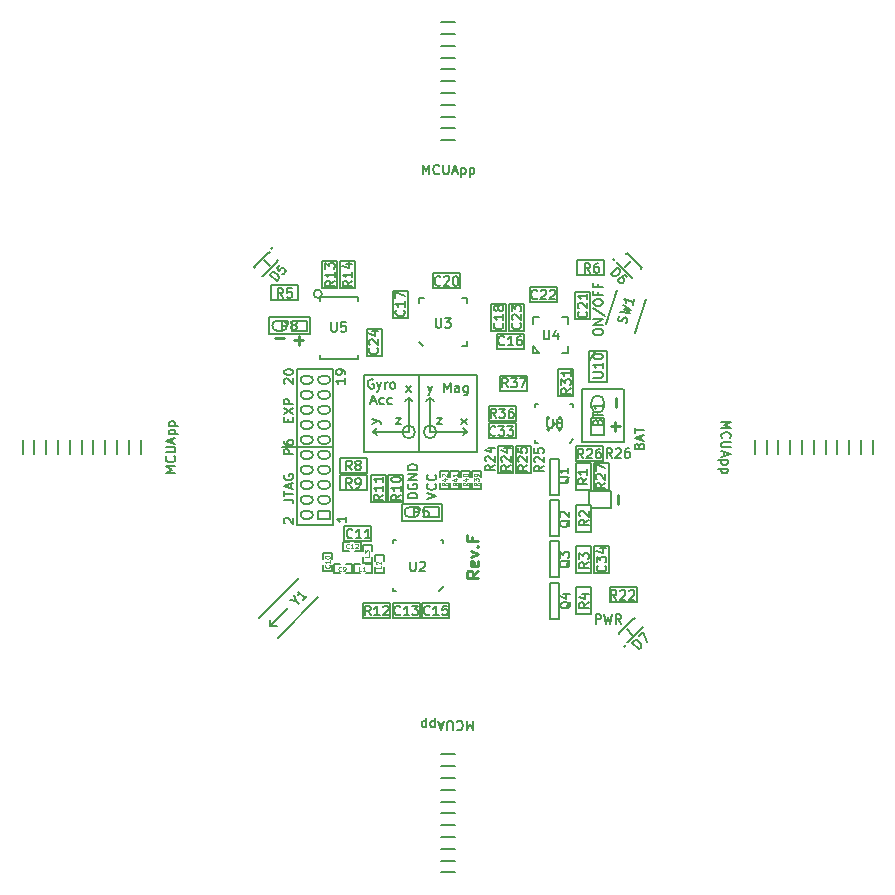
<source format=gto>
G04 (created by PCBNEW (2013-07-07 BZR 4022)-stable) date 07/06/2014 15:45:15*
%MOIN*%
G04 Gerber Fmt 3.4, Leading zero omitted, Abs format*
%FSLAX34Y34*%
G01*
G70*
G90*
G04 APERTURE LIST*
%ADD10C,0.00590551*%
%ADD11C,0.007875*%
%ADD12C,0.0079*%
%ADD13C,0.00985*%
%ADD14C,0.0099*%
%ADD15C,0.0098*%
%ADD16C,0.005*%
%ADD17C,0.006*%
%ADD18C,0.0039*%
G04 APERTURE END LIST*
G54D10*
G54D11*
X6663Y-846D02*
X6348Y-846D01*
X6573Y-741D01*
X6348Y-636D01*
X6663Y-636D01*
X6633Y-306D02*
X6648Y-321D01*
X6663Y-366D01*
X6663Y-396D01*
X6648Y-441D01*
X6618Y-471D01*
X6588Y-486D01*
X6528Y-501D01*
X6483Y-501D01*
X6423Y-486D01*
X6393Y-471D01*
X6363Y-441D01*
X6348Y-396D01*
X6348Y-366D01*
X6363Y-321D01*
X6378Y-306D01*
X6348Y-171D02*
X6603Y-171D01*
X6633Y-156D01*
X6648Y-141D01*
X6663Y-111D01*
X6663Y-51D01*
X6648Y-21D01*
X6633Y-6D01*
X6603Y8D01*
X6348Y8D01*
X6573Y143D02*
X6573Y293D01*
X6663Y113D02*
X6348Y218D01*
X6663Y323D01*
X6453Y428D02*
X6768Y428D01*
X6468Y428D02*
X6453Y458D01*
X6453Y518D01*
X6468Y548D01*
X6483Y563D01*
X6513Y578D01*
X6603Y578D01*
X6633Y563D01*
X6648Y548D01*
X6663Y518D01*
X6663Y458D01*
X6648Y428D01*
X6453Y713D02*
X6768Y713D01*
X6468Y713D02*
X6453Y743D01*
X6453Y803D01*
X6468Y833D01*
X6483Y848D01*
X6513Y863D01*
X6603Y863D01*
X6633Y848D01*
X6648Y833D01*
X6663Y803D01*
X6663Y743D01*
X6648Y713D01*
X16595Y-9123D02*
X16595Y-9438D01*
X16490Y-9213D01*
X16385Y-9438D01*
X16385Y-9123D01*
X16055Y-9153D02*
X16070Y-9138D01*
X16115Y-9123D01*
X16145Y-9123D01*
X16190Y-9138D01*
X16220Y-9168D01*
X16235Y-9198D01*
X16250Y-9258D01*
X16250Y-9303D01*
X16235Y-9363D01*
X16220Y-9393D01*
X16190Y-9423D01*
X16145Y-9438D01*
X16115Y-9438D01*
X16070Y-9423D01*
X16055Y-9408D01*
X15920Y-9438D02*
X15920Y-9183D01*
X15905Y-9153D01*
X15890Y-9138D01*
X15860Y-9123D01*
X15800Y-9123D01*
X15770Y-9138D01*
X15755Y-9153D01*
X15740Y-9183D01*
X15740Y-9438D01*
X15605Y-9213D02*
X15455Y-9213D01*
X15635Y-9123D02*
X15530Y-9438D01*
X15425Y-9123D01*
X15320Y-9333D02*
X15320Y-9018D01*
X15320Y-9318D02*
X15290Y-9333D01*
X15230Y-9333D01*
X15200Y-9318D01*
X15185Y-9303D01*
X15170Y-9273D01*
X15170Y-9183D01*
X15185Y-9153D01*
X15200Y-9138D01*
X15230Y-9123D01*
X15290Y-9123D01*
X15320Y-9138D01*
X15035Y-9333D02*
X15035Y-9018D01*
X15035Y-9318D02*
X15005Y-9333D01*
X14945Y-9333D01*
X14915Y-9318D01*
X14900Y-9303D01*
X14885Y-9273D01*
X14885Y-9183D01*
X14900Y-9153D01*
X14915Y-9138D01*
X14945Y-9123D01*
X15005Y-9123D01*
X15035Y-9138D01*
X14920Y9106D02*
X14920Y9421D01*
X15025Y9196D01*
X15130Y9421D01*
X15130Y9106D01*
X15460Y9136D02*
X15445Y9121D01*
X15400Y9106D01*
X15370Y9106D01*
X15325Y9121D01*
X15295Y9151D01*
X15280Y9181D01*
X15265Y9241D01*
X15265Y9286D01*
X15280Y9346D01*
X15295Y9376D01*
X15325Y9406D01*
X15370Y9421D01*
X15400Y9421D01*
X15445Y9406D01*
X15460Y9391D01*
X15595Y9421D02*
X15595Y9166D01*
X15610Y9136D01*
X15625Y9121D01*
X15655Y9106D01*
X15715Y9106D01*
X15745Y9121D01*
X15760Y9136D01*
X15775Y9166D01*
X15775Y9421D01*
X15910Y9196D02*
X16060Y9196D01*
X15880Y9106D02*
X15985Y9421D01*
X16090Y9106D01*
X16195Y9316D02*
X16195Y9001D01*
X16195Y9301D02*
X16225Y9316D01*
X16285Y9316D01*
X16315Y9301D01*
X16330Y9286D01*
X16345Y9256D01*
X16345Y9166D01*
X16330Y9136D01*
X16315Y9121D01*
X16285Y9106D01*
X16225Y9106D01*
X16195Y9121D01*
X16480Y9316D02*
X16480Y9001D01*
X16480Y9301D02*
X16510Y9316D01*
X16570Y9316D01*
X16600Y9301D01*
X16615Y9286D01*
X16630Y9256D01*
X16630Y9166D01*
X16615Y9136D01*
X16600Y9121D01*
X16570Y9106D01*
X16510Y9106D01*
X16480Y9121D01*
X24872Y848D02*
X25187Y848D01*
X24962Y743D01*
X25187Y638D01*
X24872Y638D01*
X24902Y308D02*
X24887Y323D01*
X24872Y368D01*
X24872Y398D01*
X24887Y443D01*
X24917Y473D01*
X24947Y488D01*
X25007Y503D01*
X25052Y503D01*
X25112Y488D01*
X25142Y473D01*
X25172Y443D01*
X25187Y398D01*
X25187Y368D01*
X25172Y323D01*
X25157Y308D01*
X25187Y173D02*
X24932Y173D01*
X24902Y158D01*
X24887Y143D01*
X24872Y113D01*
X24872Y53D01*
X24887Y23D01*
X24902Y8D01*
X24932Y-6D01*
X25187Y-6D01*
X24962Y-141D02*
X24962Y-291D01*
X24872Y-111D02*
X25187Y-216D01*
X24872Y-321D01*
X25082Y-426D02*
X24767Y-426D01*
X25067Y-426D02*
X25082Y-456D01*
X25082Y-516D01*
X25067Y-546D01*
X25052Y-561D01*
X25022Y-576D01*
X24932Y-576D01*
X24902Y-561D01*
X24887Y-546D01*
X24872Y-516D01*
X24872Y-456D01*
X24887Y-426D01*
X25082Y-711D02*
X24767Y-711D01*
X25067Y-711D02*
X25082Y-741D01*
X25082Y-801D01*
X25067Y-831D01*
X25052Y-846D01*
X25022Y-861D01*
X24932Y-861D01*
X24902Y-846D01*
X24887Y-831D01*
X24872Y-801D01*
X24872Y-741D01*
X24887Y-711D01*
G54D12*
X26378Y237D02*
X26378Y-235D01*
X27165Y237D02*
X27165Y-235D01*
X27953Y237D02*
X27953Y-235D01*
X28740Y237D02*
X28740Y-235D01*
X29528Y236D02*
X29528Y-236D01*
G54D13*
X16773Y-4119D02*
X16585Y-4251D01*
X16773Y-4344D02*
X16379Y-4344D01*
X16379Y-4194D01*
X16398Y-4157D01*
X16417Y-4138D01*
X16454Y-4119D01*
X16510Y-4119D01*
X16548Y-4138D01*
X16567Y-4157D01*
X16585Y-4194D01*
X16585Y-4344D01*
X16754Y-3800D02*
X16773Y-3838D01*
X16773Y-3913D01*
X16754Y-3950D01*
X16717Y-3969D01*
X16567Y-3969D01*
X16529Y-3950D01*
X16510Y-3913D01*
X16510Y-3838D01*
X16529Y-3800D01*
X16567Y-3781D01*
X16604Y-3781D01*
X16642Y-3969D01*
X16510Y-3650D02*
X16773Y-3556D01*
X16510Y-3463D01*
X16735Y-3312D02*
X16754Y-3294D01*
X16773Y-3312D01*
X16754Y-3331D01*
X16735Y-3312D01*
X16773Y-3312D01*
X16567Y-2993D02*
X16567Y-3125D01*
X16773Y-3125D02*
X16379Y-3125D01*
X16379Y-2937D01*
G54D14*
G54D13*
X21426Y-1882D02*
X21426Y-1581D01*
G54D14*
G54D11*
X15634Y1841D02*
X15634Y2156D01*
X15739Y1931D01*
X15844Y2156D01*
X15844Y1841D01*
X16129Y1841D02*
X16129Y2006D01*
X16114Y2036D01*
X16084Y2051D01*
X16024Y2051D01*
X15994Y2036D01*
X16129Y1856D02*
X16099Y1841D01*
X16024Y1841D01*
X15994Y1856D01*
X15979Y1886D01*
X15979Y1916D01*
X15994Y1946D01*
X16024Y1961D01*
X16099Y1961D01*
X16129Y1976D01*
X16414Y2051D02*
X16414Y1796D01*
X16399Y1766D01*
X16384Y1751D01*
X16354Y1736D01*
X16309Y1736D01*
X16279Y1751D01*
X16414Y1856D02*
X16384Y1841D01*
X16324Y1841D01*
X16294Y1856D01*
X16279Y1871D01*
X16264Y1901D01*
X16264Y1991D01*
X16279Y2021D01*
X16294Y2036D01*
X16324Y2051D01*
X16384Y2051D01*
X16414Y2036D01*
G54D12*
G54D11*
X15389Y988D02*
X15554Y988D01*
X15389Y778D01*
X15554Y778D01*
G54D12*
G54D11*
X15082Y2051D02*
X15157Y1841D01*
X15232Y2051D02*
X15157Y1841D01*
X15127Y1766D01*
X15112Y1751D01*
X15082Y1736D01*
G54D12*
G54D11*
X16387Y783D02*
X16177Y948D01*
X16177Y783D02*
X16387Y948D01*
G54D12*
X15370Y512D02*
G75*
G03X15370Y512I-212J0D01*
G74*
G01*
X16378Y512D02*
X16260Y630D01*
X16378Y512D02*
X16260Y394D01*
X15158Y512D02*
X16378Y512D01*
X15158Y1654D02*
X15276Y1536D01*
X15158Y1654D02*
X15040Y1536D01*
X15158Y1654D02*
X15158Y512D01*
X14449Y1654D02*
X14449Y512D01*
X14449Y512D02*
X13268Y512D01*
X14449Y1654D02*
X14331Y1536D01*
X14331Y1536D02*
X14331Y1535D01*
X14449Y1654D02*
X14567Y1536D01*
X14567Y1536D02*
X14567Y1535D01*
X14661Y512D02*
G75*
G03X14661Y512I-212J0D01*
G74*
G01*
G54D11*
X14011Y988D02*
X14176Y988D01*
X14011Y778D01*
X14176Y778D01*
G54D12*
G54D11*
X13265Y2259D02*
X13235Y2274D01*
X13190Y2274D01*
X13145Y2259D01*
X13115Y2229D01*
X13100Y2199D01*
X13085Y2139D01*
X13085Y2094D01*
X13100Y2034D01*
X13115Y2004D01*
X13145Y1974D01*
X13190Y1959D01*
X13220Y1959D01*
X13265Y1974D01*
X13280Y1989D01*
X13280Y2094D01*
X13220Y2094D01*
X13385Y2169D02*
X13460Y1959D01*
X13535Y2169D02*
X13460Y1959D01*
X13430Y1884D01*
X13415Y1869D01*
X13385Y1854D01*
X13655Y1959D02*
X13655Y2169D01*
X13655Y2109D02*
X13670Y2139D01*
X13685Y2154D01*
X13715Y2169D01*
X13745Y2169D01*
X13895Y1959D02*
X13865Y1974D01*
X13850Y1989D01*
X13835Y2019D01*
X13835Y2109D01*
X13850Y2139D01*
X13865Y2154D01*
X13895Y2169D01*
X13940Y2169D01*
X13970Y2154D01*
X13985Y2139D01*
X14000Y2109D01*
X14000Y2019D01*
X13985Y1989D01*
X13970Y1974D01*
X13940Y1959D01*
X13895Y1959D01*
G54D12*
G54D11*
X13198Y1529D02*
X13348Y1529D01*
X13168Y1439D02*
X13273Y1754D01*
X13378Y1439D01*
X13618Y1454D02*
X13588Y1439D01*
X13528Y1439D01*
X13498Y1454D01*
X13483Y1469D01*
X13468Y1499D01*
X13468Y1589D01*
X13483Y1619D01*
X13498Y1634D01*
X13528Y1649D01*
X13588Y1649D01*
X13618Y1634D01*
X13888Y1454D02*
X13858Y1439D01*
X13798Y1439D01*
X13768Y1454D01*
X13753Y1469D01*
X13738Y1499D01*
X13738Y1589D01*
X13753Y1619D01*
X13768Y1634D01*
X13798Y1649D01*
X13858Y1649D01*
X13888Y1634D01*
G54D12*
G54D11*
X13265Y2259D02*
X13235Y2274D01*
X13190Y2274D01*
X13145Y2259D01*
X13115Y2229D01*
X13100Y2199D01*
X13085Y2139D01*
X13085Y2094D01*
X13100Y2034D01*
X13115Y2004D01*
X13145Y1974D01*
X13190Y1959D01*
X13220Y1959D01*
X13265Y1974D01*
X13280Y1989D01*
X13280Y2094D01*
X13220Y2094D01*
X13385Y2169D02*
X13460Y1959D01*
X13535Y2169D02*
X13460Y1959D01*
X13430Y1884D01*
X13415Y1869D01*
X13385Y1854D01*
X13655Y1959D02*
X13655Y2169D01*
X13655Y2109D02*
X13670Y2139D01*
X13685Y2154D01*
X13715Y2169D01*
X13745Y2169D01*
X13895Y1959D02*
X13865Y1974D01*
X13850Y1989D01*
X13835Y2019D01*
X13835Y2109D01*
X13850Y2139D01*
X13865Y2154D01*
X13895Y2169D01*
X13940Y2169D01*
X13970Y2154D01*
X13985Y2139D01*
X14000Y2109D01*
X14000Y2019D01*
X13985Y1989D01*
X13970Y1974D01*
X13940Y1959D01*
X13895Y1959D01*
G54D12*
G54D11*
X13198Y1529D02*
X13348Y1529D01*
X13168Y1439D02*
X13273Y1754D01*
X13378Y1439D01*
X13618Y1454D02*
X13588Y1439D01*
X13528Y1439D01*
X13498Y1454D01*
X13483Y1469D01*
X13468Y1499D01*
X13468Y1589D01*
X13483Y1619D01*
X13498Y1634D01*
X13528Y1649D01*
X13588Y1649D01*
X13618Y1634D01*
X13888Y1454D02*
X13858Y1439D01*
X13798Y1439D01*
X13768Y1454D01*
X13753Y1469D01*
X13738Y1499D01*
X13738Y1589D01*
X13753Y1619D01*
X13768Y1634D01*
X13798Y1649D01*
X13858Y1649D01*
X13888Y1634D01*
G54D12*
G54D11*
X14011Y988D02*
X14176Y988D01*
X14011Y778D01*
X14176Y778D01*
G54D12*
G54D11*
X13224Y791D02*
X13434Y866D01*
X13224Y941D02*
X13434Y866D01*
X13509Y836D01*
X13524Y821D01*
X13539Y791D01*
G54D12*
G54D11*
X14366Y1841D02*
X14531Y2051D01*
X14366Y2051D02*
X14531Y1841D01*
G54D12*
X14661Y512D02*
G75*
G03X14661Y512I-212J0D01*
G74*
G01*
X14567Y1536D02*
X14567Y1535D01*
X14449Y1654D02*
X14567Y1536D01*
X14331Y1536D02*
X14331Y1535D01*
X14449Y1654D02*
X14331Y1536D01*
X13268Y512D02*
X13386Y394D01*
X13268Y512D02*
X13386Y630D01*
X14449Y512D02*
X13268Y512D01*
X14449Y1654D02*
X14449Y512D01*
X14803Y2402D02*
X14803Y-157D01*
X12953Y2402D02*
X12953Y-157D01*
X16732Y2402D02*
X12953Y2402D01*
X16732Y-157D02*
X16732Y2402D01*
X12953Y-157D02*
X16732Y-157D01*
X20472Y-1457D02*
X20472Y-1890D01*
X21181Y-1457D02*
X20472Y-1457D01*
X21181Y-2008D02*
X21181Y-1457D01*
X20551Y-2008D02*
X21181Y-2008D01*
G54D13*
X21348Y1346D02*
X21348Y1647D01*
G54D14*
G54D13*
X21188Y700D02*
X21489Y700D01*
X21339Y550D02*
X21339Y850D01*
G54D14*
G54D12*
X15511Y-14173D02*
X15983Y-14173D01*
X15511Y-13779D02*
X15983Y-13779D01*
X15511Y-13385D02*
X15983Y-13385D01*
X15511Y-12992D02*
X15983Y-12992D01*
X15511Y-12598D02*
X15983Y-12598D01*
X15511Y-12204D02*
X15983Y-12204D01*
X15511Y-11810D02*
X15983Y-11810D01*
X15511Y-11417D02*
X15983Y-11417D01*
X15511Y-11023D02*
X15983Y-11023D01*
X15511Y-10629D02*
X15983Y-10629D01*
X15511Y-10236D02*
X15983Y-10236D01*
X15511Y14173D02*
X15983Y14173D01*
X15511Y13780D02*
X15983Y13780D01*
X15511Y13386D02*
X15983Y13386D01*
X15511Y12992D02*
X15983Y12992D01*
X15511Y12598D02*
X15983Y12598D01*
X15511Y12205D02*
X15983Y12205D01*
X15511Y11811D02*
X15983Y11811D01*
X15511Y11417D02*
X15983Y11417D01*
X15511Y11024D02*
X15983Y11024D01*
X15511Y10630D02*
X15983Y10630D01*
X15511Y10236D02*
X15983Y10236D01*
X1575Y237D02*
X1575Y-235D01*
X1969Y237D02*
X1969Y-235D01*
X2363Y237D02*
X2363Y-235D01*
X2756Y237D02*
X2756Y-235D01*
X3150Y237D02*
X3150Y-235D01*
X3544Y237D02*
X3544Y-235D01*
X3938Y237D02*
X3938Y-235D01*
X4331Y237D02*
X4331Y-235D01*
X4725Y237D02*
X4725Y-235D01*
X5119Y237D02*
X5119Y-235D01*
X5512Y237D02*
X5512Y-235D01*
X29921Y236D02*
X29921Y-236D01*
X29134Y236D02*
X29134Y-236D01*
X28346Y236D02*
X28346Y-236D01*
X27559Y236D02*
X27559Y-236D01*
X26772Y236D02*
X26772Y-236D01*
X25984Y236D02*
X25984Y-236D01*
G54D11*
X14733Y-1704D02*
X14418Y-1704D01*
X14418Y-1629D01*
X14433Y-1584D01*
X14463Y-1554D01*
X14493Y-1539D01*
X14553Y-1524D01*
X14598Y-1524D01*
X14658Y-1539D01*
X14688Y-1554D01*
X14718Y-1584D01*
X14733Y-1629D01*
X14733Y-1704D01*
X14433Y-1224D02*
X14418Y-1254D01*
X14418Y-1299D01*
X14433Y-1344D01*
X14463Y-1374D01*
X14493Y-1389D01*
X14553Y-1404D01*
X14598Y-1404D01*
X14658Y-1389D01*
X14688Y-1374D01*
X14718Y-1344D01*
X14733Y-1299D01*
X14733Y-1269D01*
X14718Y-1224D01*
X14703Y-1209D01*
X14598Y-1209D01*
X14598Y-1269D01*
X14733Y-1074D02*
X14418Y-1074D01*
X14733Y-894D01*
X14418Y-894D01*
X14733Y-744D02*
X14418Y-744D01*
X14418Y-669D01*
X14433Y-624D01*
X14463Y-594D01*
X14493Y-579D01*
X14553Y-564D01*
X14598Y-564D01*
X14658Y-579D01*
X14688Y-594D01*
X14718Y-624D01*
X14733Y-669D01*
X14733Y-744D01*
G54D12*
G54D11*
X17308Y-592D02*
X17158Y-697D01*
X17308Y-772D02*
X16993Y-772D01*
X16993Y-652D01*
X17008Y-622D01*
X17023Y-607D01*
X17053Y-592D01*
X17098Y-592D01*
X17128Y-607D01*
X17143Y-622D01*
X17158Y-652D01*
X17158Y-772D01*
X17023Y-472D02*
X17008Y-457D01*
X16993Y-427D01*
X16993Y-352D01*
X17008Y-322D01*
X17023Y-307D01*
X17053Y-292D01*
X17083Y-292D01*
X17128Y-307D01*
X17308Y-487D01*
X17308Y-292D01*
X17098Y-22D02*
X17308Y-22D01*
X16978Y-97D02*
X17203Y-172D01*
X17203Y22D01*
G54D12*
G54D15*
X10307Y3631D02*
X10006Y3631D01*
X10636Y3573D02*
X10937Y3573D01*
X10787Y3423D02*
X10787Y3723D01*
G54D11*
X18946Y-611D02*
X18796Y-716D01*
X18946Y-791D02*
X18631Y-791D01*
X18631Y-671D01*
X18646Y-641D01*
X18661Y-626D01*
X18691Y-611D01*
X18736Y-611D01*
X18766Y-626D01*
X18781Y-641D01*
X18796Y-671D01*
X18796Y-791D01*
X18661Y-491D02*
X18646Y-476D01*
X18631Y-446D01*
X18631Y-371D01*
X18646Y-341D01*
X18661Y-326D01*
X18691Y-311D01*
X18721Y-311D01*
X18766Y-326D01*
X18946Y-506D01*
X18946Y-311D01*
X18631Y-26D02*
X18631Y-176D01*
X18781Y-191D01*
X18766Y-176D01*
X18751Y-146D01*
X18751Y-71D01*
X18766Y-41D01*
X18781Y-26D01*
X18811Y-11D01*
X18886Y-11D01*
X18916Y-26D01*
X18931Y-41D01*
X18946Y-71D01*
X18946Y-146D01*
X18931Y-176D01*
X18916Y-191D01*
G54D12*
G54D11*
X15048Y-1718D02*
X15363Y-1613D01*
X15048Y-1508D01*
X15333Y-1223D02*
X15348Y-1238D01*
X15363Y-1283D01*
X15363Y-1313D01*
X15348Y-1358D01*
X15318Y-1388D01*
X15288Y-1403D01*
X15228Y-1418D01*
X15183Y-1418D01*
X15123Y-1403D01*
X15093Y-1388D01*
X15063Y-1358D01*
X15048Y-1313D01*
X15048Y-1283D01*
X15063Y-1238D01*
X15078Y-1223D01*
X15333Y-908D02*
X15348Y-923D01*
X15363Y-968D01*
X15363Y-998D01*
X15348Y-1043D01*
X15318Y-1073D01*
X15288Y-1088D01*
X15228Y-1103D01*
X15183Y-1103D01*
X15123Y-1088D01*
X15093Y-1073D01*
X15063Y-1043D01*
X15048Y-998D01*
X15048Y-968D01*
X15063Y-923D01*
X15078Y-908D01*
G54D12*
G54D11*
X20678Y-5879D02*
X20678Y-5564D01*
X20798Y-5564D01*
X20828Y-5579D01*
X20843Y-5594D01*
X20858Y-5624D01*
X20858Y-5669D01*
X20843Y-5699D01*
X20828Y-5714D01*
X20798Y-5729D01*
X20678Y-5729D01*
X20963Y-5564D02*
X21038Y-5879D01*
X21098Y-5654D01*
X21158Y-5879D01*
X21233Y-5564D01*
X21533Y-5879D02*
X21428Y-5729D01*
X21353Y-5879D02*
X21353Y-5564D01*
X21473Y-5564D01*
X21503Y-5579D01*
X21518Y-5594D01*
X21533Y-5624D01*
X21533Y-5669D01*
X21518Y-5699D01*
X21503Y-5714D01*
X21473Y-5729D01*
X21353Y-5729D01*
G54D12*
G54D11*
X21226Y-347D02*
X21121Y-197D01*
X21046Y-347D02*
X21046Y-32D01*
X21166Y-32D01*
X21196Y-47D01*
X21211Y-62D01*
X21226Y-92D01*
X21226Y-137D01*
X21211Y-167D01*
X21196Y-182D01*
X21166Y-197D01*
X21046Y-197D01*
X21346Y-62D02*
X21361Y-47D01*
X21391Y-32D01*
X21466Y-32D01*
X21496Y-47D01*
X21511Y-62D01*
X21526Y-92D01*
X21526Y-122D01*
X21511Y-167D01*
X21331Y-347D01*
X21526Y-347D01*
X21796Y-32D02*
X21736Y-32D01*
X21706Y-47D01*
X21691Y-62D01*
X21661Y-107D01*
X21646Y-167D01*
X21646Y-287D01*
X21661Y-317D01*
X21676Y-332D01*
X21706Y-347D01*
X21766Y-347D01*
X21796Y-332D01*
X21811Y-317D01*
X21826Y-287D01*
X21826Y-212D01*
X21811Y-182D01*
X21796Y-167D01*
X21766Y-152D01*
X21706Y-152D01*
X21676Y-167D01*
X21661Y-182D01*
X21646Y-212D01*
G54D12*
G54D11*
X20599Y3811D02*
X20599Y3871D01*
X20614Y3901D01*
X20644Y3931D01*
X20704Y3946D01*
X20809Y3946D01*
X20869Y3931D01*
X20899Y3901D01*
X20914Y3871D01*
X20914Y3811D01*
X20899Y3781D01*
X20869Y3751D01*
X20809Y3736D01*
X20704Y3736D01*
X20644Y3751D01*
X20614Y3781D01*
X20599Y3811D01*
X20914Y4081D02*
X20599Y4081D01*
X20914Y4261D01*
X20599Y4261D01*
X20584Y4636D02*
X20989Y4366D01*
X20599Y4801D02*
X20599Y4861D01*
X20614Y4891D01*
X20644Y4921D01*
X20704Y4936D01*
X20809Y4936D01*
X20869Y4921D01*
X20899Y4891D01*
X20914Y4861D01*
X20914Y4801D01*
X20899Y4771D01*
X20869Y4741D01*
X20809Y4726D01*
X20704Y4726D01*
X20644Y4741D01*
X20614Y4771D01*
X20599Y4801D01*
X20749Y5176D02*
X20749Y5071D01*
X20914Y5071D02*
X20599Y5071D01*
X20599Y5221D01*
X20749Y5446D02*
X20749Y5341D01*
X20914Y5341D02*
X20599Y5341D01*
X20599Y5491D01*
G54D12*
G54D11*
X10314Y2122D02*
X10299Y2137D01*
X10284Y2167D01*
X10284Y2242D01*
X10299Y2272D01*
X10314Y2287D01*
X10344Y2302D01*
X10374Y2302D01*
X10419Y2287D01*
X10599Y2107D01*
X10599Y2302D01*
X10284Y2497D02*
X10284Y2527D01*
X10299Y2557D01*
X10314Y2572D01*
X10344Y2587D01*
X10404Y2602D01*
X10479Y2602D01*
X10539Y2587D01*
X10569Y2572D01*
X10584Y2557D01*
X10599Y2527D01*
X10599Y2497D01*
X10584Y2467D01*
X10569Y2452D01*
X10539Y2437D01*
X10479Y2422D01*
X10404Y2422D01*
X10344Y2437D01*
X10314Y2452D01*
X10299Y2467D01*
X10284Y2497D01*
G54D12*
G54D11*
X12332Y2302D02*
X12332Y2122D01*
X12332Y2212D02*
X12017Y2212D01*
X12062Y2182D01*
X12092Y2152D01*
X12107Y2122D01*
X12332Y2452D02*
X12332Y2512D01*
X12317Y2542D01*
X12302Y2557D01*
X12257Y2587D01*
X12197Y2602D01*
X12077Y2602D01*
X12047Y2587D01*
X12032Y2572D01*
X12017Y2542D01*
X12017Y2482D01*
X12032Y2452D01*
X12047Y2437D01*
X12077Y2422D01*
X12152Y2422D01*
X12182Y2437D01*
X12197Y2452D01*
X12212Y2482D01*
X12212Y2542D01*
X12197Y2572D01*
X12182Y2587D01*
X12152Y2602D01*
G54D12*
G54D11*
X10314Y-2531D02*
X10299Y-2516D01*
X10284Y-2486D01*
X10284Y-2411D01*
X10299Y-2381D01*
X10314Y-2366D01*
X10344Y-2351D01*
X10374Y-2351D01*
X10419Y-2366D01*
X10599Y-2546D01*
X10599Y-2351D01*
G54D12*
G54D11*
X12371Y-2312D02*
X12371Y-2492D01*
X12371Y-2402D02*
X12056Y-2402D01*
X12101Y-2432D01*
X12131Y-2462D01*
X12146Y-2492D01*
G54D12*
G54D11*
X10434Y845D02*
X10434Y950D01*
X10599Y995D02*
X10599Y845D01*
X10284Y845D01*
X10284Y995D01*
X10284Y1100D02*
X10599Y1310D01*
X10284Y1310D02*
X10599Y1100D01*
X10599Y1430D02*
X10284Y1430D01*
X10284Y1550D01*
X10299Y1580D01*
X10314Y1595D01*
X10344Y1610D01*
X10389Y1610D01*
X10419Y1595D01*
X10434Y1580D01*
X10449Y1550D01*
X10449Y1430D01*
G54D12*
G54D11*
X10284Y-1745D02*
X10509Y-1745D01*
X10554Y-1760D01*
X10584Y-1790D01*
X10599Y-1835D01*
X10599Y-1865D01*
X10284Y-1640D02*
X10284Y-1460D01*
X10599Y-1550D02*
X10284Y-1550D01*
X10509Y-1370D02*
X10509Y-1220D01*
X10599Y-1400D02*
X10284Y-1295D01*
X10599Y-1190D01*
X10299Y-920D02*
X10284Y-950D01*
X10284Y-995D01*
X10299Y-1040D01*
X10329Y-1070D01*
X10359Y-1085D01*
X10419Y-1100D01*
X10464Y-1100D01*
X10524Y-1085D01*
X10554Y-1070D01*
X10584Y-1040D01*
X10599Y-995D01*
X10599Y-965D01*
X10584Y-920D01*
X10569Y-905D01*
X10464Y-905D01*
X10464Y-965D01*
G54D12*
X10236Y0D02*
X11929Y0D01*
G54D11*
X22127Y44D02*
X22142Y89D01*
X22157Y104D01*
X22187Y119D01*
X22232Y119D01*
X22262Y104D01*
X22277Y89D01*
X22292Y59D01*
X22292Y-60D01*
X21977Y-60D01*
X21977Y44D01*
X21992Y74D01*
X22007Y89D01*
X22037Y104D01*
X22067Y104D01*
X22097Y89D01*
X22112Y74D01*
X22127Y44D01*
X22127Y-60D01*
X22202Y239D02*
X22202Y389D01*
X22292Y209D02*
X21977Y314D01*
X22292Y419D01*
X21977Y479D02*
X21977Y659D01*
X22292Y569D02*
X21977Y569D01*
G54D12*
X9820Y-5966D02*
X9820Y-5744D01*
X10433Y-5354D02*
X9820Y-5966D01*
X9820Y-5966D02*
X10042Y-5966D01*
X10084Y-6341D02*
X11420Y-5005D01*
X9445Y-5702D02*
X10781Y-4366D01*
X11496Y5000D02*
X12756Y5000D01*
X12756Y5000D02*
X12756Y4882D01*
X11496Y5000D02*
X11496Y4882D01*
X11496Y2952D02*
X12756Y2952D01*
X12756Y2952D02*
X12756Y3070D01*
X11496Y2952D02*
X11496Y3070D01*
X11555Y5118D02*
G75*
G03X11555Y5118I-138J0D01*
G74*
G01*
G54D16*
X13557Y3954D02*
X13557Y3054D01*
X13557Y3054D02*
X13057Y3054D01*
X13057Y3054D02*
X13057Y3954D01*
X13057Y3954D02*
X13557Y3954D01*
X17781Y3881D02*
X17781Y4781D01*
X17781Y4781D02*
X18281Y4781D01*
X18281Y4781D02*
X18281Y3881D01*
X18281Y3881D02*
X17781Y3881D01*
X19387Y4829D02*
X18487Y4829D01*
X18487Y4829D02*
X18487Y5329D01*
X18487Y5329D02*
X19387Y5329D01*
X19387Y5329D02*
X19387Y4829D01*
X19986Y4274D02*
X19986Y5174D01*
X19986Y5174D02*
X20486Y5174D01*
X20486Y5174D02*
X20486Y4274D01*
X20486Y4274D02*
X19986Y4274D01*
X17503Y2376D02*
X18403Y2376D01*
X18403Y2376D02*
X18403Y1876D01*
X18403Y1876D02*
X17503Y1876D01*
X17503Y1876D02*
X17503Y2376D01*
X17109Y1392D02*
X18009Y1392D01*
X18009Y1392D02*
X18009Y892D01*
X18009Y892D02*
X17109Y892D01*
X17109Y892D02*
X17109Y1392D01*
G54D12*
X9804Y3780D02*
X9804Y4332D01*
X9804Y4332D02*
X11142Y4332D01*
X11142Y4332D02*
X11142Y3780D01*
X11142Y3780D02*
X9804Y3780D01*
G54D16*
X18018Y-844D02*
X18018Y56D01*
X18018Y56D02*
X18518Y56D01*
X18518Y56D02*
X18518Y-844D01*
X18518Y-844D02*
X18018Y-844D01*
G54D12*
X14213Y-2441D02*
X14213Y-1889D01*
X14213Y-1889D02*
X15551Y-1889D01*
X15551Y-1889D02*
X15551Y-2441D01*
X15551Y-2441D02*
X14213Y-2441D01*
G54D16*
X18009Y301D02*
X17109Y301D01*
X17109Y301D02*
X17109Y801D01*
X17109Y801D02*
X18009Y801D01*
X18009Y801D02*
X18009Y301D01*
G54D12*
X10739Y-2600D02*
X10739Y2600D01*
X10739Y2600D02*
X11939Y2600D01*
X11939Y2600D02*
X11939Y-2600D01*
X11939Y-2600D02*
X10739Y-2600D01*
G54D16*
X21671Y6007D02*
X21866Y6202D01*
X21308Y6258D02*
G75*
G03X21308Y6258I-26J0D01*
G74*
G01*
X22214Y5966D02*
X21714Y6466D01*
X21714Y6466D02*
X21685Y6438D01*
X22186Y5937D02*
X22214Y5966D01*
X21936Y5687D02*
X21907Y5659D01*
X21907Y5659D02*
X21407Y6159D01*
X21407Y6159D02*
X21435Y6188D01*
X9629Y6241D02*
X9824Y6046D01*
X9907Y6630D02*
G75*
G03X9907Y6630I-26J0D01*
G74*
G01*
X9588Y5698D02*
X10088Y6198D01*
X10088Y6198D02*
X10060Y6227D01*
X9559Y5726D02*
X9588Y5698D01*
X9309Y5976D02*
X9281Y6005D01*
X9281Y6005D02*
X9781Y6505D01*
X9781Y6505D02*
X9810Y6477D01*
X13675Y-928D02*
X13675Y-1828D01*
X13675Y-1828D02*
X13175Y-1828D01*
X13175Y-1828D02*
X13175Y-928D01*
X13175Y-928D02*
X13675Y-928D01*
X14266Y-928D02*
X14266Y-1828D01*
X14266Y-1828D02*
X13766Y-1828D01*
X13766Y-1828D02*
X13766Y-928D01*
X13766Y-928D02*
X14266Y-928D01*
X19935Y2615D02*
X19935Y1715D01*
X19935Y1715D02*
X19435Y1715D01*
X19435Y1715D02*
X19435Y2615D01*
X19435Y2615D02*
X19935Y2615D01*
G54D12*
X15452Y-4803D02*
X15629Y-4626D01*
X15509Y-3094D02*
X15607Y-3094D01*
X15607Y-3095D02*
X15607Y-3193D01*
X13921Y-3192D02*
X13921Y-3094D01*
X13921Y-3094D02*
X14019Y-3094D01*
X14019Y-4780D02*
X13921Y-4780D01*
X13921Y-4780D02*
X13921Y-4682D01*
G54D16*
X20026Y-1434D02*
X20026Y-534D01*
X20026Y-534D02*
X20526Y-534D01*
X20526Y-534D02*
X20526Y-1434D01*
X20526Y-1434D02*
X20026Y-1434D01*
X20026Y-2812D02*
X20026Y-1912D01*
X20026Y-1912D02*
X20526Y-1912D01*
X20526Y-1912D02*
X20526Y-2812D01*
X20526Y-2812D02*
X20026Y-2812D01*
X20026Y-4190D02*
X20026Y-3290D01*
X20026Y-3290D02*
X20526Y-3290D01*
X20526Y-3290D02*
X20526Y-4190D01*
X20526Y-4190D02*
X20026Y-4190D01*
X20026Y-5568D02*
X20026Y-4668D01*
X20026Y-4668D02*
X20526Y-4668D01*
X20526Y-4668D02*
X20526Y-5568D01*
X20526Y-5568D02*
X20026Y-5568D01*
X9865Y5407D02*
X10765Y5407D01*
X10765Y5407D02*
X10765Y4907D01*
X10765Y4907D02*
X9865Y4907D01*
X9865Y4907D02*
X9865Y5407D01*
X20062Y6234D02*
X20962Y6234D01*
X20962Y6234D02*
X20962Y5734D01*
X20962Y5734D02*
X20062Y5734D01*
X20062Y5734D02*
X20062Y6234D01*
X13048Y-841D02*
X12148Y-841D01*
X12148Y-841D02*
X12148Y-341D01*
X12148Y-341D02*
X13048Y-341D01*
X13048Y-341D02*
X13048Y-841D01*
X13048Y-1431D02*
X12148Y-1431D01*
X12148Y-1431D02*
X12148Y-931D01*
X12148Y-931D02*
X13048Y-931D01*
X13048Y-931D02*
X13048Y-1431D01*
X20616Y-1434D02*
X20616Y-534D01*
X20616Y-534D02*
X21116Y-534D01*
X21116Y-534D02*
X21116Y-1434D01*
X21116Y-1434D02*
X20616Y-1434D01*
X20922Y-447D02*
X20022Y-447D01*
X20022Y-447D02*
X20022Y53D01*
X20022Y53D02*
X20922Y53D01*
X20922Y53D02*
X20922Y-447D01*
X17427Y-844D02*
X17427Y56D01*
X17427Y56D02*
X17927Y56D01*
X17927Y56D02*
X17927Y-844D01*
X17927Y-844D02*
X17427Y-844D01*
X22064Y-5171D02*
X21164Y-5171D01*
X21164Y-5171D02*
X21164Y-4671D01*
X21164Y-4671D02*
X22064Y-4671D01*
X22064Y-4671D02*
X22064Y-5171D01*
X13836Y-5683D02*
X12936Y-5683D01*
X12936Y-5683D02*
X12936Y-5183D01*
X12936Y-5183D02*
X13836Y-5183D01*
X13836Y-5183D02*
X13836Y-5683D01*
X12061Y6198D02*
X12061Y5298D01*
X12061Y5298D02*
X11561Y5298D01*
X11561Y5298D02*
X11561Y6198D01*
X11561Y6198D02*
X12061Y6198D01*
X12652Y6198D02*
X12652Y5298D01*
X12652Y5298D02*
X12152Y5298D01*
X12152Y5298D02*
X12152Y6198D01*
X12152Y6198D02*
X12652Y6198D01*
X16159Y5301D02*
X15259Y5301D01*
X15259Y5301D02*
X15259Y5801D01*
X15259Y5801D02*
X16159Y5801D01*
X16159Y5801D02*
X16159Y5301D01*
X17191Y3881D02*
X17191Y4781D01*
X17191Y4781D02*
X17691Y4781D01*
X17691Y4781D02*
X17691Y3881D01*
X17691Y3881D02*
X17191Y3881D01*
X13923Y4314D02*
X13923Y5214D01*
X13923Y5214D02*
X14423Y5214D01*
X14423Y5214D02*
X14423Y4314D01*
X14423Y4314D02*
X13923Y4314D01*
X17385Y3793D02*
X18285Y3793D01*
X18285Y3793D02*
X18285Y3293D01*
X18285Y3293D02*
X17385Y3293D01*
X17385Y3293D02*
X17385Y3793D01*
X14904Y-5183D02*
X15804Y-5183D01*
X15804Y-5183D02*
X15804Y-5683D01*
X15804Y-5683D02*
X14904Y-5683D01*
X14904Y-5683D02*
X14904Y-5183D01*
X14820Y-5683D02*
X13920Y-5683D01*
X13920Y-5683D02*
X13920Y-5183D01*
X13920Y-5183D02*
X14820Y-5183D01*
X14820Y-5183D02*
X14820Y-5683D01*
X20616Y-4190D02*
X20616Y-3290D01*
X20616Y-3290D02*
X21116Y-3290D01*
X21116Y-3290D02*
X21116Y-4190D01*
X21116Y-4190D02*
X20616Y-4190D01*
X20448Y2877D02*
X20648Y3177D01*
X20448Y2177D02*
X20448Y3202D01*
X20448Y3202D02*
X21048Y3202D01*
X21048Y3202D02*
X21048Y2177D01*
X21048Y2177D02*
X20448Y2177D01*
X19442Y-4518D02*
X19442Y-5718D01*
X19442Y-5718D02*
X19142Y-5718D01*
X19142Y-5718D02*
X19142Y-4518D01*
X19142Y-4518D02*
X19442Y-4518D01*
X19442Y-3140D02*
X19442Y-4340D01*
X19442Y-4340D02*
X19142Y-4340D01*
X19142Y-4340D02*
X19142Y-3140D01*
X19142Y-3140D02*
X19442Y-3140D01*
X19442Y-1762D02*
X19442Y-2962D01*
X19442Y-2962D02*
X19142Y-2962D01*
X19142Y-2962D02*
X19142Y-1762D01*
X19142Y-1762D02*
X19442Y-1762D01*
X19442Y-384D02*
X19442Y-1584D01*
X19442Y-1584D02*
X19142Y-1584D01*
X19142Y-1584D02*
X19142Y-384D01*
X19142Y-384D02*
X19442Y-384D01*
G54D12*
X19822Y156D02*
X19941Y275D01*
X19840Y1433D02*
X19938Y1433D01*
X19937Y1433D02*
X19937Y1335D01*
X18645Y1335D02*
X18645Y1433D01*
X18644Y1433D02*
X18742Y1433D01*
X18743Y141D02*
X18645Y141D01*
X18645Y140D02*
X18645Y238D01*
X14784Y3504D02*
X14922Y3366D01*
X16378Y3543D02*
X16378Y3386D01*
X16378Y3386D02*
X16221Y3386D01*
X16221Y4960D02*
X16378Y4960D01*
X16378Y4960D02*
X16378Y4803D01*
X14804Y4803D02*
X14804Y4960D01*
X14804Y4960D02*
X14961Y4960D01*
G54D17*
X18799Y3159D02*
X18592Y3366D01*
X18592Y4331D02*
X18789Y4331D01*
X19764Y4331D02*
X19557Y4331D01*
X18582Y3149D02*
X18799Y3149D01*
X18582Y3149D02*
X18582Y3366D01*
X19773Y3149D02*
X19773Y3366D01*
X19764Y3149D02*
X19557Y3149D01*
X19764Y4331D02*
X19764Y4114D01*
X18592Y4331D02*
X18592Y4114D01*
G54D16*
X12144Y-3905D02*
X11944Y-3905D01*
X11944Y-3905D02*
X11944Y-4205D01*
X11944Y-4205D02*
X12144Y-4205D01*
X12344Y-3905D02*
X12544Y-3905D01*
X12544Y-3905D02*
X12544Y-4205D01*
X12544Y-4205D02*
X12344Y-4205D01*
X11582Y-3919D02*
X11582Y-4119D01*
X11582Y-4119D02*
X11882Y-4119D01*
X11882Y-4119D02*
X11882Y-3919D01*
X11582Y-3719D02*
X11582Y-3519D01*
X11582Y-3519D02*
X11882Y-3519D01*
X11882Y-3519D02*
X11882Y-3719D01*
X12659Y-3457D02*
X12859Y-3457D01*
X12859Y-3457D02*
X12859Y-3157D01*
X12859Y-3157D02*
X12659Y-3157D01*
X12459Y-3457D02*
X12259Y-3457D01*
X12259Y-3457D02*
X12259Y-3157D01*
X12259Y-3157D02*
X12459Y-3157D01*
X12813Y-3905D02*
X12613Y-3905D01*
X12613Y-3905D02*
X12613Y-4205D01*
X12613Y-4205D02*
X12813Y-4205D01*
X13013Y-3905D02*
X13213Y-3905D01*
X13213Y-3905D02*
X13213Y-4205D01*
X13213Y-4205D02*
X13013Y-4205D01*
X13315Y-3998D02*
X13315Y-4198D01*
X13315Y-4198D02*
X13615Y-4198D01*
X13615Y-4198D02*
X13615Y-3998D01*
X13315Y-3798D02*
X13315Y-3598D01*
X13315Y-3598D02*
X13615Y-3598D01*
X13615Y-3598D02*
X13615Y-3798D01*
X13221Y-3443D02*
X13221Y-3243D01*
X13221Y-3243D02*
X12921Y-3243D01*
X12921Y-3243D02*
X12921Y-3443D01*
X13221Y-3643D02*
X13221Y-3843D01*
X13221Y-3843D02*
X12921Y-3843D01*
X12921Y-3843D02*
X12921Y-3643D01*
X21905Y-6241D02*
X21710Y-6046D01*
X21681Y-6630D02*
G75*
G03X21681Y-6630I-26J0D01*
G74*
G01*
X21946Y-5698D02*
X21446Y-6198D01*
X21446Y-6198D02*
X21474Y-6227D01*
X21975Y-5726D02*
X21946Y-5698D01*
X22225Y-5976D02*
X22253Y-6005D01*
X22253Y-6005D02*
X21753Y-6505D01*
X21753Y-6505D02*
X21724Y-6477D01*
X13206Y-3124D02*
X12306Y-3124D01*
X12306Y-3124D02*
X12306Y-2624D01*
X12306Y-2624D02*
X13206Y-2624D01*
X13206Y-2624D02*
X13206Y-3124D01*
G54D12*
X20216Y178D02*
X20216Y1950D01*
X20216Y1950D02*
X21594Y1950D01*
X21634Y1950D02*
X21634Y178D01*
X21594Y178D02*
X20216Y178D01*
X21023Y4124D02*
X21388Y5248D01*
X21997Y3807D02*
X22362Y4931D01*
G54D16*
X16843Y-981D02*
X16843Y-781D01*
X16843Y-781D02*
X16543Y-781D01*
X16543Y-781D02*
X16543Y-981D01*
X16843Y-1181D02*
X16843Y-1381D01*
X16843Y-1381D02*
X16543Y-1381D01*
X16543Y-1381D02*
X16543Y-1181D01*
X16489Y-981D02*
X16489Y-781D01*
X16489Y-781D02*
X16189Y-781D01*
X16189Y-781D02*
X16189Y-981D01*
X16489Y-1181D02*
X16489Y-1381D01*
X16489Y-1381D02*
X16189Y-1381D01*
X16189Y-1381D02*
X16189Y-1181D01*
X16134Y-981D02*
X16134Y-781D01*
X16134Y-781D02*
X15834Y-781D01*
X15834Y-781D02*
X15834Y-981D01*
X16134Y-1181D02*
X16134Y-1381D01*
X16134Y-1381D02*
X15834Y-1381D01*
X15834Y-1381D02*
X15834Y-1181D01*
X15780Y-981D02*
X15780Y-781D01*
X15780Y-781D02*
X15480Y-781D01*
X15480Y-781D02*
X15480Y-981D01*
X15780Y-1181D02*
X15780Y-1381D01*
X15780Y-1381D02*
X15480Y-1381D01*
X15480Y-1381D02*
X15480Y-1181D01*
G54D10*
X10556Y4223D02*
X10556Y3888D01*
X11047Y3888D01*
X11047Y4223D01*
X10556Y4223D01*
X10065Y3888D02*
X10222Y3888D01*
X10065Y4223D02*
X10222Y4223D01*
X10222Y3888D02*
G75*
G03X10222Y4223I0J167D01*
G74*
G01*
X10065Y4223D02*
G75*
G03X10065Y3888I0J-167D01*
G74*
G01*
X14965Y-1997D02*
X14965Y-2332D01*
X15456Y-2332D01*
X15456Y-1997D01*
X14965Y-1997D01*
X14474Y-2332D02*
X14631Y-2332D01*
X14474Y-1997D02*
X14631Y-1997D01*
X14631Y-2332D02*
G75*
G03X14631Y-1997I0J167D01*
G74*
G01*
X14474Y-1997D02*
G75*
G03X14474Y-2332I0J-167D01*
G74*
G01*
X11549Y2122D02*
X11706Y2122D01*
X11549Y2377D02*
X11706Y2377D01*
X11706Y2122D02*
G75*
G03X11706Y2377I0J127D01*
G74*
G01*
X11549Y2377D02*
G75*
G03X11549Y2122I0J-127D01*
G74*
G01*
X11549Y1622D02*
X11706Y1622D01*
X11549Y1877D02*
X11706Y1877D01*
X11706Y1622D02*
G75*
G03X11706Y1877I0J127D01*
G74*
G01*
X11549Y1877D02*
G75*
G03X11549Y1622I0J-127D01*
G74*
G01*
X10971Y2122D02*
X11128Y2122D01*
X10971Y2377D02*
X11128Y2377D01*
X11128Y2122D02*
G75*
G03X11128Y2377I0J127D01*
G74*
G01*
X10971Y2377D02*
G75*
G03X10971Y2122I0J-127D01*
G74*
G01*
X10971Y1622D02*
X11128Y1622D01*
X10971Y1877D02*
X11128Y1877D01*
X11128Y1622D02*
G75*
G03X11128Y1877I0J127D01*
G74*
G01*
X10971Y1877D02*
G75*
G03X10971Y1622I0J-127D01*
G74*
G01*
X11421Y-2122D02*
X11421Y-2377D01*
X11834Y-2377D01*
X11834Y-2122D01*
X11421Y-2122D01*
X10971Y-2377D02*
X11128Y-2377D01*
X10971Y-2122D02*
X11128Y-2122D01*
X11128Y-2377D02*
G75*
G03X11128Y-2122I0J127D01*
G74*
G01*
X10971Y-2122D02*
G75*
G03X10971Y-2377I0J-127D01*
G74*
G01*
X10971Y-1877D02*
X11128Y-1877D01*
X10971Y-1622D02*
X11128Y-1622D01*
X11128Y-1877D02*
G75*
G03X11128Y-1622I0J127D01*
G74*
G01*
X10971Y-1622D02*
G75*
G03X10971Y-1877I0J-127D01*
G74*
G01*
X10971Y-1377D02*
X11128Y-1377D01*
X10971Y-1122D02*
X11128Y-1122D01*
X11128Y-1377D02*
G75*
G03X11128Y-1122I0J127D01*
G74*
G01*
X10971Y-1122D02*
G75*
G03X10971Y-1377I0J-127D01*
G74*
G01*
X10971Y-877D02*
X11128Y-877D01*
X10971Y-622D02*
X11128Y-622D01*
X11128Y-877D02*
G75*
G03X11128Y-622I0J127D01*
G74*
G01*
X10971Y-622D02*
G75*
G03X10971Y-877I0J-127D01*
G74*
G01*
X10971Y-377D02*
X11128Y-377D01*
X10971Y-122D02*
X11128Y-122D01*
X11128Y-377D02*
G75*
G03X11128Y-122I0J127D01*
G74*
G01*
X10971Y-122D02*
G75*
G03X10971Y-377I0J-127D01*
G74*
G01*
X10971Y122D02*
X11128Y122D01*
X10971Y377D02*
X11128Y377D01*
X11128Y122D02*
G75*
G03X11128Y377I0J127D01*
G74*
G01*
X10971Y377D02*
G75*
G03X10971Y122I0J-127D01*
G74*
G01*
X10971Y622D02*
X11128Y622D01*
X10971Y877D02*
X11128Y877D01*
X11128Y622D02*
G75*
G03X11128Y877I0J127D01*
G74*
G01*
X10971Y877D02*
G75*
G03X10971Y622I0J-127D01*
G74*
G01*
X10971Y1122D02*
X11128Y1122D01*
X10971Y1377D02*
X11128Y1377D01*
X11128Y1122D02*
G75*
G03X11128Y1377I0J127D01*
G74*
G01*
X10971Y1377D02*
G75*
G03X10971Y1122I0J-127D01*
G74*
G01*
X11549Y-1877D02*
X11706Y-1877D01*
X11549Y-1622D02*
X11706Y-1622D01*
X11706Y-1877D02*
G75*
G03X11706Y-1622I0J127D01*
G74*
G01*
X11549Y-1622D02*
G75*
G03X11549Y-1877I0J-127D01*
G74*
G01*
X11549Y-1377D02*
X11706Y-1377D01*
X11549Y-1122D02*
X11706Y-1122D01*
X11706Y-1377D02*
G75*
G03X11706Y-1122I0J127D01*
G74*
G01*
X11549Y-1122D02*
G75*
G03X11549Y-1377I0J-127D01*
G74*
G01*
X11549Y-877D02*
X11706Y-877D01*
X11549Y-622D02*
X11706Y-622D01*
X11706Y-877D02*
G75*
G03X11706Y-622I0J127D01*
G74*
G01*
X11549Y-622D02*
G75*
G03X11549Y-877I0J-127D01*
G74*
G01*
X11549Y-377D02*
X11706Y-377D01*
X11549Y-122D02*
X11706Y-122D01*
X11706Y-377D02*
G75*
G03X11706Y-122I0J127D01*
G74*
G01*
X11549Y-122D02*
G75*
G03X11549Y-377I0J-127D01*
G74*
G01*
X11549Y122D02*
X11706Y122D01*
X11549Y377D02*
X11706Y377D01*
X11706Y122D02*
G75*
G03X11706Y377I0J127D01*
G74*
G01*
X11549Y377D02*
G75*
G03X11549Y122I0J-127D01*
G74*
G01*
X11549Y622D02*
X11706Y622D01*
X11549Y877D02*
X11706Y877D01*
X11706Y622D02*
G75*
G03X11706Y877I0J127D01*
G74*
G01*
X11549Y877D02*
G75*
G03X11549Y622I0J-127D01*
G74*
G01*
X11549Y1122D02*
X11706Y1122D01*
X11549Y1377D02*
X11706Y1377D01*
X11706Y1122D02*
G75*
G03X11706Y1377I0J127D01*
G74*
G01*
X11549Y1377D02*
G75*
G03X11549Y1122I0J-127D01*
G74*
G01*
X19336Y787D02*
G75*
G03X19336Y787I-45J0D01*
G74*
G01*
X19139Y590D02*
G75*
G03X19139Y590I-45J0D01*
G74*
G01*
X19533Y590D02*
G75*
G03X19533Y590I-45J0D01*
G74*
G01*
X19139Y984D02*
G75*
G03X19139Y984I-45J0D01*
G74*
G01*
X19533Y984D02*
G75*
G03X19533Y984I-45J0D01*
G74*
G01*
X20541Y975D02*
X20541Y404D01*
X20954Y404D01*
X20954Y975D01*
X20541Y975D01*
X20954Y1359D02*
X20954Y1517D01*
X20541Y1359D02*
X20541Y1517D01*
X20954Y1517D02*
G75*
G03X20541Y1517I-206J0D01*
G74*
G01*
X20541Y1359D02*
G75*
G03X20954Y1359I206J0D01*
G74*
G01*
G54D11*
X10680Y-5125D02*
X10786Y-5231D01*
X10489Y-5082D02*
X10680Y-5125D01*
X10638Y-4934D01*
X11052Y-4966D02*
X10924Y-5093D01*
X10988Y-5029D02*
X10765Y-4807D01*
X10776Y-4860D01*
X10776Y-4902D01*
X10765Y-4934D01*
G54D12*
G54D11*
X11866Y4165D02*
X11866Y3910D01*
X11881Y3880D01*
X11896Y3865D01*
X11926Y3850D01*
X11986Y3850D01*
X12016Y3865D01*
X12031Y3880D01*
X12046Y3910D01*
X12046Y4165D01*
X12346Y4165D02*
X12196Y4165D01*
X12181Y4015D01*
X12196Y4030D01*
X12226Y4045D01*
X12301Y4045D01*
X12331Y4030D01*
X12346Y4015D01*
X12361Y3985D01*
X12361Y3910D01*
X12346Y3880D01*
X12331Y3865D01*
X12301Y3850D01*
X12226Y3850D01*
X12196Y3865D01*
X12181Y3880D01*
G54D12*
G54D11*
X13404Y3301D02*
X13419Y3286D01*
X13434Y3241D01*
X13434Y3211D01*
X13419Y3166D01*
X13389Y3136D01*
X13359Y3121D01*
X13299Y3106D01*
X13254Y3106D01*
X13194Y3121D01*
X13164Y3136D01*
X13134Y3166D01*
X13119Y3211D01*
X13119Y3241D01*
X13134Y3286D01*
X13149Y3301D01*
X13149Y3421D02*
X13134Y3436D01*
X13119Y3466D01*
X13119Y3541D01*
X13134Y3571D01*
X13149Y3586D01*
X13179Y3601D01*
X13209Y3601D01*
X13254Y3586D01*
X13434Y3406D01*
X13434Y3601D01*
X13224Y3871D02*
X13434Y3871D01*
X13104Y3796D02*
X13329Y3721D01*
X13329Y3916D01*
G54D12*
G54D11*
X18168Y4129D02*
X18183Y4114D01*
X18198Y4069D01*
X18198Y4039D01*
X18183Y3994D01*
X18153Y3964D01*
X18123Y3949D01*
X18063Y3934D01*
X18018Y3934D01*
X17958Y3949D01*
X17928Y3964D01*
X17898Y3994D01*
X17883Y4039D01*
X17883Y4069D01*
X17898Y4114D01*
X17913Y4129D01*
X17913Y4249D02*
X17898Y4264D01*
X17883Y4294D01*
X17883Y4369D01*
X17898Y4399D01*
X17913Y4414D01*
X17943Y4429D01*
X17973Y4429D01*
X18018Y4414D01*
X18198Y4234D01*
X18198Y4429D01*
X17883Y4534D02*
X17883Y4729D01*
X18003Y4624D01*
X18003Y4669D01*
X18018Y4699D01*
X18033Y4714D01*
X18063Y4729D01*
X18138Y4729D01*
X18168Y4714D01*
X18183Y4699D01*
X18198Y4669D01*
X18198Y4579D01*
X18183Y4549D01*
X18168Y4534D01*
G54D12*
G54D11*
X18734Y4962D02*
X18719Y4947D01*
X18674Y4932D01*
X18644Y4932D01*
X18599Y4947D01*
X18569Y4977D01*
X18554Y5007D01*
X18539Y5067D01*
X18539Y5112D01*
X18554Y5172D01*
X18569Y5202D01*
X18599Y5232D01*
X18644Y5247D01*
X18674Y5247D01*
X18719Y5232D01*
X18734Y5217D01*
X18854Y5217D02*
X18869Y5232D01*
X18899Y5247D01*
X18974Y5247D01*
X19004Y5232D01*
X19019Y5217D01*
X19034Y5187D01*
X19034Y5157D01*
X19019Y5112D01*
X18839Y4932D01*
X19034Y4932D01*
X19154Y5217D02*
X19169Y5232D01*
X19199Y5247D01*
X19274Y5247D01*
X19304Y5232D01*
X19319Y5217D01*
X19334Y5187D01*
X19334Y5157D01*
X19319Y5112D01*
X19139Y4932D01*
X19334Y4932D01*
G54D12*
G54D11*
X20373Y4523D02*
X20388Y4508D01*
X20403Y4463D01*
X20403Y4433D01*
X20388Y4388D01*
X20358Y4358D01*
X20328Y4343D01*
X20268Y4328D01*
X20223Y4328D01*
X20163Y4343D01*
X20133Y4358D01*
X20103Y4388D01*
X20088Y4433D01*
X20088Y4463D01*
X20103Y4508D01*
X20118Y4523D01*
X20118Y4643D02*
X20103Y4658D01*
X20088Y4688D01*
X20088Y4763D01*
X20103Y4793D01*
X20118Y4808D01*
X20148Y4823D01*
X20178Y4823D01*
X20223Y4808D01*
X20403Y4628D01*
X20403Y4823D01*
X20403Y5123D02*
X20403Y4943D01*
X20403Y5033D02*
X20088Y5033D01*
X20133Y5003D01*
X20163Y4973D01*
X20178Y4943D01*
G54D12*
G54D11*
X17750Y1998D02*
X17645Y2148D01*
X17570Y1998D02*
X17570Y2313D01*
X17690Y2313D01*
X17720Y2298D01*
X17735Y2283D01*
X17750Y2253D01*
X17750Y2208D01*
X17735Y2178D01*
X17720Y2163D01*
X17690Y2148D01*
X17570Y2148D01*
X17855Y2313D02*
X18050Y2313D01*
X17945Y2193D01*
X17990Y2193D01*
X18020Y2178D01*
X18035Y2163D01*
X18050Y2133D01*
X18050Y2058D01*
X18035Y2028D01*
X18020Y2013D01*
X17990Y1998D01*
X17900Y1998D01*
X17870Y2013D01*
X17855Y2028D01*
X18155Y2313D02*
X18365Y2313D01*
X18230Y1998D01*
G54D12*
G54D11*
X17356Y978D02*
X17251Y1128D01*
X17176Y978D02*
X17176Y1293D01*
X17296Y1293D01*
X17326Y1278D01*
X17341Y1263D01*
X17356Y1233D01*
X17356Y1188D01*
X17341Y1158D01*
X17326Y1143D01*
X17296Y1128D01*
X17176Y1128D01*
X17461Y1293D02*
X17656Y1293D01*
X17551Y1173D01*
X17596Y1173D01*
X17626Y1158D01*
X17641Y1143D01*
X17656Y1113D01*
X17656Y1038D01*
X17641Y1008D01*
X17626Y993D01*
X17596Y978D01*
X17506Y978D01*
X17476Y993D01*
X17461Y1008D01*
X17926Y1293D02*
X17866Y1293D01*
X17836Y1278D01*
X17821Y1263D01*
X17791Y1218D01*
X17776Y1158D01*
X17776Y1038D01*
X17791Y1008D01*
X17806Y993D01*
X17836Y978D01*
X17896Y978D01*
X17926Y993D01*
X17941Y1008D01*
X17956Y1038D01*
X17956Y1113D01*
X17941Y1143D01*
X17926Y1158D01*
X17896Y1173D01*
X17836Y1173D01*
X17806Y1158D01*
X17791Y1143D01*
X17776Y1113D01*
G54D12*
G54D11*
X10241Y3909D02*
X10241Y4224D01*
X10361Y4224D01*
X10391Y4209D01*
X10406Y4194D01*
X10421Y4164D01*
X10421Y4119D01*
X10406Y4089D01*
X10391Y4074D01*
X10361Y4059D01*
X10241Y4059D01*
X10601Y4089D02*
X10571Y4104D01*
X10556Y4119D01*
X10541Y4149D01*
X10541Y4164D01*
X10556Y4194D01*
X10571Y4209D01*
X10601Y4224D01*
X10661Y4224D01*
X10691Y4209D01*
X10706Y4194D01*
X10721Y4164D01*
X10721Y4149D01*
X10706Y4119D01*
X10691Y4104D01*
X10661Y4089D01*
X10601Y4089D01*
X10571Y4074D01*
X10556Y4059D01*
X10541Y4029D01*
X10541Y3969D01*
X10556Y3939D01*
X10571Y3924D01*
X10601Y3909D01*
X10661Y3909D01*
X10691Y3924D01*
X10706Y3939D01*
X10721Y3969D01*
X10721Y4029D01*
X10706Y4059D01*
X10691Y4074D01*
X10661Y4089D01*
G54D12*
G54D11*
X18395Y-596D02*
X18245Y-701D01*
X18395Y-776D02*
X18080Y-776D01*
X18080Y-656D01*
X18095Y-626D01*
X18110Y-611D01*
X18140Y-596D01*
X18185Y-596D01*
X18215Y-611D01*
X18230Y-626D01*
X18245Y-656D01*
X18245Y-776D01*
X18110Y-476D02*
X18095Y-461D01*
X18080Y-431D01*
X18080Y-356D01*
X18095Y-326D01*
X18110Y-311D01*
X18140Y-296D01*
X18170Y-296D01*
X18215Y-311D01*
X18395Y-491D01*
X18395Y-296D01*
X18080Y-11D02*
X18080Y-161D01*
X18230Y-176D01*
X18215Y-161D01*
X18200Y-131D01*
X18200Y-56D01*
X18215Y-26D01*
X18230Y-11D01*
X18260Y3D01*
X18335Y3D01*
X18365Y-11D01*
X18380Y-26D01*
X18395Y-56D01*
X18395Y-131D01*
X18380Y-161D01*
X18365Y-176D01*
G54D12*
G54D11*
X14637Y-2316D02*
X14637Y-2001D01*
X14757Y-2001D01*
X14787Y-2016D01*
X14802Y-2031D01*
X14817Y-2061D01*
X14817Y-2106D01*
X14802Y-2136D01*
X14787Y-2151D01*
X14757Y-2166D01*
X14637Y-2166D01*
X15102Y-2001D02*
X14952Y-2001D01*
X14937Y-2151D01*
X14952Y-2136D01*
X14982Y-2121D01*
X15057Y-2121D01*
X15087Y-2136D01*
X15102Y-2151D01*
X15117Y-2181D01*
X15117Y-2256D01*
X15102Y-2286D01*
X15087Y-2301D01*
X15057Y-2316D01*
X14982Y-2316D01*
X14952Y-2301D01*
X14937Y-2286D01*
G54D12*
G54D11*
X17336Y410D02*
X17321Y395D01*
X17276Y380D01*
X17246Y380D01*
X17201Y395D01*
X17171Y425D01*
X17156Y455D01*
X17141Y515D01*
X17141Y560D01*
X17156Y620D01*
X17171Y650D01*
X17201Y680D01*
X17246Y695D01*
X17276Y695D01*
X17321Y680D01*
X17336Y665D01*
X17441Y695D02*
X17636Y695D01*
X17531Y575D01*
X17576Y575D01*
X17606Y560D01*
X17621Y545D01*
X17636Y515D01*
X17636Y440D01*
X17621Y410D01*
X17606Y395D01*
X17576Y380D01*
X17486Y380D01*
X17456Y395D01*
X17441Y410D01*
X17741Y695D02*
X17936Y695D01*
X17831Y575D01*
X17876Y575D01*
X17906Y560D01*
X17921Y545D01*
X17936Y515D01*
X17936Y440D01*
X17921Y410D01*
X17906Y395D01*
X17876Y380D01*
X17786Y380D01*
X17756Y395D01*
X17741Y410D01*
G54D12*
G54D11*
X10599Y-232D02*
X10284Y-232D01*
X10284Y-112D01*
X10299Y-82D01*
X10314Y-67D01*
X10344Y-52D01*
X10389Y-52D01*
X10419Y-67D01*
X10434Y-82D01*
X10449Y-112D01*
X10449Y-232D01*
X10284Y217D02*
X10284Y157D01*
X10299Y127D01*
X10314Y112D01*
X10359Y82D01*
X10419Y67D01*
X10539Y67D01*
X10569Y82D01*
X10584Y97D01*
X10599Y127D01*
X10599Y187D01*
X10584Y217D01*
X10569Y232D01*
X10539Y247D01*
X10464Y247D01*
X10434Y232D01*
X10419Y217D01*
X10404Y187D01*
X10404Y127D01*
X10419Y97D01*
X10434Y82D01*
X10464Y67D01*
G54D12*
G54D11*
X21194Y5775D02*
X21417Y5997D01*
X21470Y5944D01*
X21491Y5902D01*
X21491Y5860D01*
X21480Y5828D01*
X21448Y5775D01*
X21417Y5743D01*
X21364Y5711D01*
X21332Y5700D01*
X21289Y5700D01*
X21247Y5722D01*
X21194Y5775D01*
X21735Y5679D02*
X21692Y5722D01*
X21661Y5732D01*
X21639Y5732D01*
X21586Y5722D01*
X21533Y5690D01*
X21448Y5605D01*
X21438Y5573D01*
X21438Y5552D01*
X21448Y5520D01*
X21491Y5478D01*
X21523Y5467D01*
X21544Y5467D01*
X21576Y5478D01*
X21629Y5531D01*
X21639Y5563D01*
X21639Y5584D01*
X21629Y5616D01*
X21586Y5658D01*
X21555Y5669D01*
X21533Y5669D01*
X21501Y5658D01*
G54D12*
G54D11*
X10044Y5534D02*
X9821Y5756D01*
X9874Y5809D01*
X9916Y5831D01*
X9959Y5831D01*
X9991Y5820D01*
X10044Y5788D01*
X10076Y5756D01*
X10107Y5703D01*
X10118Y5672D01*
X10118Y5629D01*
X10097Y5587D01*
X10044Y5534D01*
X10150Y6085D02*
X10044Y5979D01*
X10139Y5862D01*
X10139Y5884D01*
X10150Y5916D01*
X10203Y5969D01*
X10235Y5979D01*
X10256Y5979D01*
X10288Y5969D01*
X10341Y5916D01*
X10351Y5884D01*
X10351Y5862D01*
X10341Y5831D01*
X10288Y5778D01*
X10256Y5767D01*
X10235Y5767D01*
G54D12*
G54D11*
X13592Y-1580D02*
X13442Y-1685D01*
X13592Y-1760D02*
X13277Y-1760D01*
X13277Y-1640D01*
X13292Y-1610D01*
X13307Y-1595D01*
X13337Y-1580D01*
X13382Y-1580D01*
X13412Y-1595D01*
X13427Y-1610D01*
X13442Y-1640D01*
X13442Y-1760D01*
X13592Y-1280D02*
X13592Y-1460D01*
X13592Y-1370D02*
X13277Y-1370D01*
X13322Y-1400D01*
X13352Y-1430D01*
X13367Y-1460D01*
X13592Y-980D02*
X13592Y-1160D01*
X13592Y-1070D02*
X13277Y-1070D01*
X13322Y-1100D01*
X13352Y-1130D01*
X13367Y-1160D01*
G54D12*
G54D11*
X14182Y-1580D02*
X14032Y-1685D01*
X14182Y-1760D02*
X13867Y-1760D01*
X13867Y-1640D01*
X13882Y-1610D01*
X13897Y-1595D01*
X13927Y-1580D01*
X13972Y-1580D01*
X14002Y-1595D01*
X14017Y-1610D01*
X14032Y-1640D01*
X14032Y-1760D01*
X14182Y-1280D02*
X14182Y-1460D01*
X14182Y-1370D02*
X13867Y-1370D01*
X13912Y-1400D01*
X13942Y-1430D01*
X13957Y-1460D01*
X13867Y-1085D02*
X13867Y-1055D01*
X13882Y-1025D01*
X13897Y-1010D01*
X13927Y-995D01*
X13987Y-980D01*
X14062Y-980D01*
X14122Y-995D01*
X14152Y-1010D01*
X14167Y-1025D01*
X14182Y-1055D01*
X14182Y-1085D01*
X14167Y-1115D01*
X14152Y-1130D01*
X14122Y-1145D01*
X14062Y-1160D01*
X13987Y-1160D01*
X13927Y-1145D01*
X13897Y-1130D01*
X13882Y-1115D01*
X13867Y-1085D01*
G54D12*
G54D11*
X19851Y1962D02*
X19701Y1857D01*
X19851Y1782D02*
X19536Y1782D01*
X19536Y1902D01*
X19551Y1932D01*
X19566Y1947D01*
X19596Y1962D01*
X19641Y1962D01*
X19671Y1947D01*
X19686Y1932D01*
X19701Y1902D01*
X19701Y1782D01*
X19536Y2067D02*
X19536Y2262D01*
X19656Y2157D01*
X19656Y2202D01*
X19671Y2232D01*
X19686Y2247D01*
X19716Y2262D01*
X19791Y2262D01*
X19821Y2247D01*
X19836Y2232D01*
X19851Y2202D01*
X19851Y2112D01*
X19836Y2082D01*
X19821Y2067D01*
X19851Y2562D02*
X19851Y2382D01*
X19851Y2472D02*
X19536Y2472D01*
X19581Y2442D01*
X19611Y2412D01*
X19626Y2382D01*
G54D12*
G54D11*
X14504Y-3807D02*
X14504Y-4062D01*
X14519Y-4092D01*
X14534Y-4107D01*
X14564Y-4122D01*
X14624Y-4122D01*
X14654Y-4107D01*
X14669Y-4092D01*
X14684Y-4062D01*
X14684Y-3807D01*
X14819Y-3837D02*
X14834Y-3822D01*
X14864Y-3807D01*
X14939Y-3807D01*
X14969Y-3822D01*
X14984Y-3837D01*
X14999Y-3867D01*
X14999Y-3897D01*
X14984Y-3942D01*
X14804Y-4122D01*
X14999Y-4122D01*
G54D12*
G54D11*
X20403Y-1036D02*
X20253Y-1141D01*
X20403Y-1216D02*
X20088Y-1216D01*
X20088Y-1096D01*
X20103Y-1066D01*
X20118Y-1051D01*
X20148Y-1036D01*
X20193Y-1036D01*
X20223Y-1051D01*
X20238Y-1066D01*
X20253Y-1096D01*
X20253Y-1216D01*
X20403Y-736D02*
X20403Y-916D01*
X20403Y-826D02*
X20088Y-826D01*
X20133Y-856D01*
X20163Y-886D01*
X20178Y-916D01*
G54D12*
G54D11*
X20442Y-2414D02*
X20292Y-2519D01*
X20442Y-2594D02*
X20127Y-2594D01*
X20127Y-2474D01*
X20142Y-2444D01*
X20157Y-2429D01*
X20187Y-2414D01*
X20232Y-2414D01*
X20262Y-2429D01*
X20277Y-2444D01*
X20292Y-2474D01*
X20292Y-2594D01*
X20157Y-2294D02*
X20142Y-2279D01*
X20127Y-2249D01*
X20127Y-2174D01*
X20142Y-2144D01*
X20157Y-2129D01*
X20187Y-2114D01*
X20217Y-2114D01*
X20262Y-2129D01*
X20442Y-2309D01*
X20442Y-2114D01*
G54D12*
G54D11*
X20442Y-3832D02*
X20292Y-3937D01*
X20442Y-4012D02*
X20127Y-4012D01*
X20127Y-3892D01*
X20142Y-3862D01*
X20157Y-3847D01*
X20187Y-3832D01*
X20232Y-3832D01*
X20262Y-3847D01*
X20277Y-3862D01*
X20292Y-3892D01*
X20292Y-4012D01*
X20127Y-3727D02*
X20127Y-3532D01*
X20247Y-3637D01*
X20247Y-3592D01*
X20262Y-3562D01*
X20277Y-3547D01*
X20307Y-3532D01*
X20382Y-3532D01*
X20412Y-3547D01*
X20427Y-3562D01*
X20442Y-3592D01*
X20442Y-3682D01*
X20427Y-3712D01*
X20412Y-3727D01*
G54D12*
G54D11*
X20442Y-5170D02*
X20292Y-5275D01*
X20442Y-5350D02*
X20127Y-5350D01*
X20127Y-5230D01*
X20142Y-5200D01*
X20157Y-5185D01*
X20187Y-5170D01*
X20232Y-5170D01*
X20262Y-5185D01*
X20277Y-5200D01*
X20292Y-5230D01*
X20292Y-5350D01*
X20232Y-4900D02*
X20442Y-4900D01*
X20112Y-4975D02*
X20337Y-5050D01*
X20337Y-4855D01*
G54D12*
G54D11*
X10262Y4989D02*
X10157Y5139D01*
X10082Y4989D02*
X10082Y5304D01*
X10202Y5304D01*
X10232Y5289D01*
X10247Y5274D01*
X10262Y5244D01*
X10262Y5199D01*
X10247Y5169D01*
X10232Y5154D01*
X10202Y5139D01*
X10082Y5139D01*
X10547Y5304D02*
X10397Y5304D01*
X10382Y5154D01*
X10397Y5169D01*
X10427Y5184D01*
X10502Y5184D01*
X10532Y5169D01*
X10547Y5154D01*
X10562Y5124D01*
X10562Y5049D01*
X10547Y5019D01*
X10532Y5004D01*
X10502Y4989D01*
X10427Y4989D01*
X10397Y5004D01*
X10382Y5019D01*
G54D12*
G54D11*
X20499Y5817D02*
X20394Y5967D01*
X20319Y5817D02*
X20319Y6132D01*
X20439Y6132D01*
X20469Y6117D01*
X20484Y6102D01*
X20499Y6072D01*
X20499Y6027D01*
X20484Y5997D01*
X20469Y5982D01*
X20439Y5967D01*
X20319Y5967D01*
X20769Y6132D02*
X20709Y6132D01*
X20679Y6117D01*
X20664Y6102D01*
X20634Y6057D01*
X20619Y5997D01*
X20619Y5877D01*
X20634Y5847D01*
X20649Y5832D01*
X20679Y5817D01*
X20739Y5817D01*
X20769Y5832D01*
X20784Y5847D01*
X20799Y5877D01*
X20799Y5952D01*
X20784Y5982D01*
X20769Y5997D01*
X20739Y6012D01*
X20679Y6012D01*
X20649Y5997D01*
X20634Y5982D01*
X20619Y5952D01*
G54D12*
G54D11*
X12545Y-757D02*
X12440Y-607D01*
X12365Y-757D02*
X12365Y-442D01*
X12485Y-442D01*
X12515Y-457D01*
X12530Y-472D01*
X12545Y-502D01*
X12545Y-547D01*
X12530Y-577D01*
X12515Y-592D01*
X12485Y-607D01*
X12365Y-607D01*
X12725Y-577D02*
X12695Y-562D01*
X12680Y-547D01*
X12665Y-517D01*
X12665Y-502D01*
X12680Y-472D01*
X12695Y-457D01*
X12725Y-442D01*
X12785Y-442D01*
X12815Y-457D01*
X12830Y-472D01*
X12845Y-502D01*
X12845Y-517D01*
X12830Y-547D01*
X12815Y-562D01*
X12785Y-577D01*
X12725Y-577D01*
X12695Y-592D01*
X12680Y-607D01*
X12665Y-637D01*
X12665Y-697D01*
X12680Y-727D01*
X12695Y-742D01*
X12725Y-757D01*
X12785Y-757D01*
X12815Y-742D01*
X12830Y-727D01*
X12845Y-697D01*
X12845Y-637D01*
X12830Y-607D01*
X12815Y-592D01*
X12785Y-577D01*
G54D12*
G54D11*
X12545Y-1347D02*
X12440Y-1197D01*
X12365Y-1347D02*
X12365Y-1032D01*
X12485Y-1032D01*
X12515Y-1047D01*
X12530Y-1062D01*
X12545Y-1092D01*
X12545Y-1137D01*
X12530Y-1167D01*
X12515Y-1182D01*
X12485Y-1197D01*
X12365Y-1197D01*
X12695Y-1347D02*
X12755Y-1347D01*
X12785Y-1332D01*
X12800Y-1317D01*
X12830Y-1272D01*
X12845Y-1212D01*
X12845Y-1092D01*
X12830Y-1062D01*
X12815Y-1047D01*
X12785Y-1032D01*
X12725Y-1032D01*
X12695Y-1047D01*
X12680Y-1062D01*
X12665Y-1092D01*
X12665Y-1167D01*
X12680Y-1197D01*
X12695Y-1212D01*
X12725Y-1227D01*
X12785Y-1227D01*
X12815Y-1212D01*
X12830Y-1197D01*
X12845Y-1167D01*
G54D12*
G54D11*
X20993Y-1186D02*
X20843Y-1291D01*
X20993Y-1366D02*
X20678Y-1366D01*
X20678Y-1246D01*
X20693Y-1216D01*
X20708Y-1201D01*
X20738Y-1186D01*
X20783Y-1186D01*
X20813Y-1201D01*
X20828Y-1216D01*
X20843Y-1246D01*
X20843Y-1366D01*
X20708Y-1066D02*
X20693Y-1051D01*
X20678Y-1021D01*
X20678Y-946D01*
X20693Y-916D01*
X20708Y-901D01*
X20738Y-886D01*
X20768Y-886D01*
X20813Y-901D01*
X20993Y-1081D01*
X20993Y-886D01*
X20678Y-781D02*
X20678Y-571D01*
X20993Y-706D01*
G54D12*
G54D11*
X20269Y-363D02*
X20164Y-213D01*
X20089Y-363D02*
X20089Y-48D01*
X20209Y-48D01*
X20239Y-63D01*
X20254Y-78D01*
X20269Y-108D01*
X20269Y-153D01*
X20254Y-183D01*
X20239Y-198D01*
X20209Y-213D01*
X20089Y-213D01*
X20389Y-78D02*
X20404Y-63D01*
X20434Y-48D01*
X20509Y-48D01*
X20539Y-63D01*
X20554Y-78D01*
X20569Y-108D01*
X20569Y-138D01*
X20554Y-183D01*
X20374Y-363D01*
X20569Y-363D01*
X20839Y-48D02*
X20779Y-48D01*
X20749Y-63D01*
X20734Y-78D01*
X20704Y-123D01*
X20689Y-183D01*
X20689Y-303D01*
X20704Y-333D01*
X20719Y-348D01*
X20749Y-363D01*
X20809Y-363D01*
X20839Y-348D01*
X20854Y-333D01*
X20869Y-303D01*
X20869Y-228D01*
X20854Y-198D01*
X20839Y-183D01*
X20809Y-168D01*
X20749Y-168D01*
X20719Y-183D01*
X20704Y-198D01*
X20689Y-228D01*
G54D12*
G54D11*
X17844Y-596D02*
X17694Y-701D01*
X17844Y-776D02*
X17529Y-776D01*
X17529Y-656D01*
X17544Y-626D01*
X17559Y-611D01*
X17589Y-596D01*
X17634Y-596D01*
X17664Y-611D01*
X17679Y-626D01*
X17694Y-656D01*
X17694Y-776D01*
X17559Y-476D02*
X17544Y-461D01*
X17529Y-431D01*
X17529Y-356D01*
X17544Y-326D01*
X17559Y-311D01*
X17589Y-296D01*
X17619Y-296D01*
X17664Y-311D01*
X17844Y-491D01*
X17844Y-296D01*
X17634Y-26D02*
X17844Y-26D01*
X17514Y-101D02*
X17739Y-176D01*
X17739Y18D01*
G54D12*
G54D11*
X21372Y-5087D02*
X21267Y-4937D01*
X21192Y-5087D02*
X21192Y-4772D01*
X21312Y-4772D01*
X21342Y-4787D01*
X21357Y-4802D01*
X21372Y-4832D01*
X21372Y-4877D01*
X21357Y-4907D01*
X21342Y-4922D01*
X21312Y-4937D01*
X21192Y-4937D01*
X21492Y-4802D02*
X21507Y-4787D01*
X21537Y-4772D01*
X21612Y-4772D01*
X21642Y-4787D01*
X21657Y-4802D01*
X21672Y-4832D01*
X21672Y-4862D01*
X21657Y-4907D01*
X21477Y-5087D01*
X21672Y-5087D01*
X21792Y-4802D02*
X21807Y-4787D01*
X21837Y-4772D01*
X21912Y-4772D01*
X21942Y-4787D01*
X21957Y-4802D01*
X21972Y-4832D01*
X21972Y-4862D01*
X21957Y-4907D01*
X21777Y-5087D01*
X21972Y-5087D01*
G54D12*
G54D11*
X13183Y-5599D02*
X13078Y-5449D01*
X13003Y-5599D02*
X13003Y-5284D01*
X13123Y-5284D01*
X13153Y-5299D01*
X13168Y-5314D01*
X13183Y-5344D01*
X13183Y-5389D01*
X13168Y-5419D01*
X13153Y-5434D01*
X13123Y-5449D01*
X13003Y-5449D01*
X13483Y-5599D02*
X13303Y-5599D01*
X13393Y-5599D02*
X13393Y-5284D01*
X13363Y-5329D01*
X13333Y-5359D01*
X13303Y-5374D01*
X13603Y-5314D02*
X13618Y-5299D01*
X13648Y-5284D01*
X13723Y-5284D01*
X13753Y-5299D01*
X13768Y-5314D01*
X13783Y-5344D01*
X13783Y-5374D01*
X13768Y-5419D01*
X13588Y-5599D01*
X13783Y-5599D01*
G54D12*
G54D11*
X11978Y5545D02*
X11828Y5440D01*
X11978Y5365D02*
X11663Y5365D01*
X11663Y5485D01*
X11678Y5515D01*
X11693Y5530D01*
X11723Y5545D01*
X11768Y5545D01*
X11798Y5530D01*
X11813Y5515D01*
X11828Y5485D01*
X11828Y5365D01*
X11978Y5845D02*
X11978Y5665D01*
X11978Y5755D02*
X11663Y5755D01*
X11708Y5725D01*
X11738Y5695D01*
X11753Y5665D01*
X11663Y5950D02*
X11663Y6145D01*
X11783Y6040D01*
X11783Y6085D01*
X11798Y6115D01*
X11813Y6130D01*
X11843Y6145D01*
X11918Y6145D01*
X11948Y6130D01*
X11963Y6115D01*
X11978Y6085D01*
X11978Y5995D01*
X11963Y5965D01*
X11948Y5950D01*
G54D12*
G54D11*
X12568Y5545D02*
X12418Y5440D01*
X12568Y5365D02*
X12253Y5365D01*
X12253Y5485D01*
X12268Y5515D01*
X12283Y5530D01*
X12313Y5545D01*
X12358Y5545D01*
X12388Y5530D01*
X12403Y5515D01*
X12418Y5485D01*
X12418Y5365D01*
X12568Y5845D02*
X12568Y5665D01*
X12568Y5755D02*
X12253Y5755D01*
X12298Y5725D01*
X12328Y5695D01*
X12343Y5665D01*
X12358Y6115D02*
X12568Y6115D01*
X12238Y6040D02*
X12463Y5965D01*
X12463Y6160D01*
G54D12*
G54D11*
X15506Y5414D02*
X15491Y5399D01*
X15446Y5384D01*
X15416Y5384D01*
X15371Y5399D01*
X15341Y5429D01*
X15326Y5459D01*
X15311Y5519D01*
X15311Y5564D01*
X15326Y5624D01*
X15341Y5654D01*
X15371Y5684D01*
X15416Y5699D01*
X15446Y5699D01*
X15491Y5684D01*
X15506Y5669D01*
X15626Y5669D02*
X15641Y5684D01*
X15671Y5699D01*
X15746Y5699D01*
X15776Y5684D01*
X15791Y5669D01*
X15806Y5639D01*
X15806Y5609D01*
X15791Y5564D01*
X15611Y5384D01*
X15806Y5384D01*
X16001Y5699D02*
X16031Y5699D01*
X16061Y5684D01*
X16076Y5669D01*
X16091Y5639D01*
X16106Y5579D01*
X16106Y5504D01*
X16091Y5444D01*
X16076Y5414D01*
X16061Y5399D01*
X16031Y5384D01*
X16001Y5384D01*
X15971Y5399D01*
X15956Y5414D01*
X15941Y5444D01*
X15926Y5504D01*
X15926Y5579D01*
X15941Y5639D01*
X15956Y5669D01*
X15971Y5684D01*
X16001Y5699D01*
G54D12*
G54D11*
X17577Y4128D02*
X17592Y4113D01*
X17607Y4068D01*
X17607Y4038D01*
X17592Y3993D01*
X17562Y3963D01*
X17532Y3948D01*
X17472Y3933D01*
X17427Y3933D01*
X17367Y3948D01*
X17337Y3963D01*
X17307Y3993D01*
X17292Y4038D01*
X17292Y4068D01*
X17307Y4113D01*
X17322Y4128D01*
X17607Y4428D02*
X17607Y4248D01*
X17607Y4338D02*
X17292Y4338D01*
X17337Y4308D01*
X17367Y4278D01*
X17382Y4248D01*
X17427Y4608D02*
X17412Y4578D01*
X17397Y4563D01*
X17367Y4548D01*
X17352Y4548D01*
X17322Y4563D01*
X17307Y4578D01*
X17292Y4608D01*
X17292Y4668D01*
X17307Y4698D01*
X17322Y4713D01*
X17352Y4728D01*
X17367Y4728D01*
X17397Y4713D01*
X17412Y4698D01*
X17427Y4668D01*
X17427Y4608D01*
X17442Y4578D01*
X17457Y4563D01*
X17487Y4548D01*
X17547Y4548D01*
X17577Y4563D01*
X17592Y4578D01*
X17607Y4608D01*
X17607Y4668D01*
X17592Y4698D01*
X17577Y4713D01*
X17547Y4728D01*
X17487Y4728D01*
X17457Y4713D01*
X17442Y4698D01*
X17427Y4668D01*
G54D12*
G54D11*
X14290Y4562D02*
X14305Y4547D01*
X14320Y4502D01*
X14320Y4472D01*
X14305Y4427D01*
X14275Y4397D01*
X14245Y4382D01*
X14185Y4367D01*
X14140Y4367D01*
X14080Y4382D01*
X14050Y4397D01*
X14020Y4427D01*
X14005Y4472D01*
X14005Y4502D01*
X14020Y4547D01*
X14035Y4562D01*
X14320Y4862D02*
X14320Y4682D01*
X14320Y4772D02*
X14005Y4772D01*
X14050Y4742D01*
X14080Y4712D01*
X14095Y4682D01*
X14005Y4967D02*
X14005Y5177D01*
X14320Y5042D01*
G54D12*
G54D11*
X17632Y3427D02*
X17617Y3412D01*
X17572Y3397D01*
X17542Y3397D01*
X17497Y3412D01*
X17467Y3442D01*
X17452Y3472D01*
X17437Y3532D01*
X17437Y3577D01*
X17452Y3637D01*
X17467Y3667D01*
X17497Y3697D01*
X17542Y3712D01*
X17572Y3712D01*
X17617Y3697D01*
X17632Y3682D01*
X17932Y3397D02*
X17752Y3397D01*
X17842Y3397D02*
X17842Y3712D01*
X17812Y3667D01*
X17782Y3637D01*
X17752Y3622D01*
X18202Y3712D02*
X18142Y3712D01*
X18112Y3697D01*
X18097Y3682D01*
X18067Y3637D01*
X18052Y3577D01*
X18052Y3457D01*
X18067Y3427D01*
X18082Y3412D01*
X18112Y3397D01*
X18172Y3397D01*
X18202Y3412D01*
X18217Y3427D01*
X18232Y3457D01*
X18232Y3532D01*
X18217Y3562D01*
X18202Y3577D01*
X18172Y3592D01*
X18112Y3592D01*
X18082Y3577D01*
X18067Y3562D01*
X18052Y3532D01*
G54D12*
G54D11*
X15151Y-5569D02*
X15136Y-5584D01*
X15091Y-5599D01*
X15061Y-5599D01*
X15016Y-5584D01*
X14986Y-5554D01*
X14971Y-5524D01*
X14956Y-5464D01*
X14956Y-5419D01*
X14971Y-5359D01*
X14986Y-5329D01*
X15016Y-5299D01*
X15061Y-5284D01*
X15091Y-5284D01*
X15136Y-5299D01*
X15151Y-5314D01*
X15451Y-5599D02*
X15271Y-5599D01*
X15361Y-5599D02*
X15361Y-5284D01*
X15331Y-5329D01*
X15301Y-5359D01*
X15271Y-5374D01*
X15736Y-5284D02*
X15586Y-5284D01*
X15571Y-5434D01*
X15586Y-5419D01*
X15616Y-5404D01*
X15691Y-5404D01*
X15721Y-5419D01*
X15736Y-5434D01*
X15751Y-5464D01*
X15751Y-5539D01*
X15736Y-5569D01*
X15721Y-5584D01*
X15691Y-5599D01*
X15616Y-5599D01*
X15586Y-5584D01*
X15571Y-5569D01*
G54D12*
G54D11*
X14167Y-5569D02*
X14152Y-5584D01*
X14107Y-5599D01*
X14077Y-5599D01*
X14032Y-5584D01*
X14002Y-5554D01*
X13987Y-5524D01*
X13972Y-5464D01*
X13972Y-5419D01*
X13987Y-5359D01*
X14002Y-5329D01*
X14032Y-5299D01*
X14077Y-5284D01*
X14107Y-5284D01*
X14152Y-5299D01*
X14167Y-5314D01*
X14467Y-5599D02*
X14287Y-5599D01*
X14377Y-5599D02*
X14377Y-5284D01*
X14347Y-5329D01*
X14317Y-5359D01*
X14287Y-5374D01*
X14572Y-5284D02*
X14767Y-5284D01*
X14662Y-5404D01*
X14707Y-5404D01*
X14737Y-5419D01*
X14752Y-5434D01*
X14767Y-5464D01*
X14767Y-5539D01*
X14752Y-5569D01*
X14737Y-5584D01*
X14707Y-5599D01*
X14617Y-5599D01*
X14587Y-5584D01*
X14572Y-5569D01*
G54D12*
G54D11*
X21002Y-3942D02*
X21017Y-3957D01*
X21032Y-4002D01*
X21032Y-4032D01*
X21017Y-4077D01*
X20987Y-4107D01*
X20957Y-4122D01*
X20897Y-4137D01*
X20852Y-4137D01*
X20792Y-4122D01*
X20762Y-4107D01*
X20732Y-4077D01*
X20717Y-4032D01*
X20717Y-4002D01*
X20732Y-3957D01*
X20747Y-3942D01*
X20717Y-3837D02*
X20717Y-3642D01*
X20837Y-3747D01*
X20837Y-3702D01*
X20852Y-3672D01*
X20867Y-3657D01*
X20897Y-3642D01*
X20972Y-3642D01*
X21002Y-3657D01*
X21017Y-3672D01*
X21032Y-3702D01*
X21032Y-3792D01*
X21017Y-3822D01*
X21002Y-3837D01*
X20822Y-3372D02*
X21032Y-3372D01*
X20702Y-3447D02*
X20927Y-3522D01*
X20927Y-3327D01*
G54D12*
G54D11*
X20599Y2326D02*
X20854Y2326D01*
X20884Y2341D01*
X20899Y2356D01*
X20914Y2386D01*
X20914Y2446D01*
X20899Y2476D01*
X20884Y2491D01*
X20854Y2506D01*
X20599Y2506D01*
X20914Y2821D02*
X20914Y2641D01*
X20914Y2731D02*
X20599Y2731D01*
X20644Y2701D01*
X20674Y2671D01*
X20689Y2641D01*
X20599Y3016D02*
X20599Y3046D01*
X20614Y3076D01*
X20629Y3091D01*
X20659Y3106D01*
X20719Y3121D01*
X20794Y3121D01*
X20854Y3106D01*
X20884Y3091D01*
X20899Y3076D01*
X20914Y3046D01*
X20914Y3016D01*
X20899Y2986D01*
X20884Y2971D01*
X20854Y2956D01*
X20794Y2941D01*
X20719Y2941D01*
X20659Y2956D01*
X20629Y2971D01*
X20614Y2986D01*
X20599Y3016D01*
G54D12*
G54D11*
X19842Y-5147D02*
X19827Y-5177D01*
X19797Y-5207D01*
X19752Y-5252D01*
X19737Y-5282D01*
X19737Y-5312D01*
X19812Y-5297D02*
X19797Y-5327D01*
X19767Y-5357D01*
X19707Y-5372D01*
X19602Y-5372D01*
X19542Y-5357D01*
X19512Y-5327D01*
X19497Y-5297D01*
X19497Y-5237D01*
X19512Y-5207D01*
X19542Y-5177D01*
X19602Y-5162D01*
X19707Y-5162D01*
X19767Y-5177D01*
X19797Y-5207D01*
X19812Y-5237D01*
X19812Y-5297D01*
X19602Y-4892D02*
X19812Y-4892D01*
X19482Y-4967D02*
X19707Y-5042D01*
X19707Y-4847D01*
G54D12*
G54D11*
X19822Y-3769D02*
X19807Y-3799D01*
X19777Y-3829D01*
X19732Y-3874D01*
X19717Y-3904D01*
X19717Y-3934D01*
X19792Y-3919D02*
X19777Y-3949D01*
X19747Y-3979D01*
X19687Y-3994D01*
X19582Y-3994D01*
X19522Y-3979D01*
X19492Y-3949D01*
X19477Y-3919D01*
X19477Y-3859D01*
X19492Y-3829D01*
X19522Y-3799D01*
X19582Y-3784D01*
X19687Y-3784D01*
X19747Y-3799D01*
X19777Y-3829D01*
X19792Y-3859D01*
X19792Y-3919D01*
X19477Y-3679D02*
X19477Y-3484D01*
X19597Y-3589D01*
X19597Y-3544D01*
X19612Y-3514D01*
X19627Y-3499D01*
X19657Y-3484D01*
X19732Y-3484D01*
X19762Y-3499D01*
X19777Y-3514D01*
X19792Y-3544D01*
X19792Y-3634D01*
X19777Y-3664D01*
X19762Y-3679D01*
G54D12*
G54D11*
X19822Y-2430D02*
X19807Y-2460D01*
X19777Y-2490D01*
X19732Y-2535D01*
X19717Y-2565D01*
X19717Y-2595D01*
X19792Y-2580D02*
X19777Y-2610D01*
X19747Y-2640D01*
X19687Y-2655D01*
X19582Y-2655D01*
X19522Y-2640D01*
X19492Y-2610D01*
X19477Y-2580D01*
X19477Y-2520D01*
X19492Y-2490D01*
X19522Y-2460D01*
X19582Y-2445D01*
X19687Y-2445D01*
X19747Y-2460D01*
X19777Y-2490D01*
X19792Y-2520D01*
X19792Y-2580D01*
X19507Y-2325D02*
X19492Y-2310D01*
X19477Y-2280D01*
X19477Y-2205D01*
X19492Y-2175D01*
X19507Y-2160D01*
X19537Y-2145D01*
X19567Y-2145D01*
X19612Y-2160D01*
X19792Y-2340D01*
X19792Y-2145D01*
G54D12*
G54D11*
X19803Y-974D02*
X19788Y-1004D01*
X19758Y-1034D01*
X19713Y-1079D01*
X19698Y-1109D01*
X19698Y-1139D01*
X19773Y-1124D02*
X19758Y-1154D01*
X19728Y-1184D01*
X19668Y-1199D01*
X19563Y-1199D01*
X19503Y-1184D01*
X19473Y-1154D01*
X19458Y-1124D01*
X19458Y-1064D01*
X19473Y-1034D01*
X19503Y-1004D01*
X19563Y-989D01*
X19668Y-989D01*
X19728Y-1004D01*
X19758Y-1034D01*
X19773Y-1064D01*
X19773Y-1124D01*
X19773Y-689D02*
X19773Y-869D01*
X19773Y-779D02*
X19458Y-779D01*
X19503Y-809D01*
X19533Y-839D01*
X19548Y-869D01*
G54D12*
G54D11*
X19071Y956D02*
X19071Y701D01*
X19086Y671D01*
X19101Y656D01*
X19131Y641D01*
X19191Y641D01*
X19221Y656D01*
X19236Y671D01*
X19251Y701D01*
X19251Y956D01*
X19446Y821D02*
X19416Y836D01*
X19401Y851D01*
X19386Y881D01*
X19386Y896D01*
X19401Y926D01*
X19416Y941D01*
X19446Y956D01*
X19506Y956D01*
X19536Y941D01*
X19551Y926D01*
X19566Y896D01*
X19566Y881D01*
X19551Y851D01*
X19536Y836D01*
X19506Y821D01*
X19446Y821D01*
X19416Y806D01*
X19401Y791D01*
X19386Y761D01*
X19386Y701D01*
X19401Y671D01*
X19416Y656D01*
X19446Y641D01*
X19506Y641D01*
X19536Y656D01*
X19551Y671D01*
X19566Y701D01*
X19566Y761D01*
X19551Y791D01*
X19536Y806D01*
X19506Y821D01*
G54D12*
G54D11*
X15351Y4302D02*
X15351Y4047D01*
X15366Y4017D01*
X15381Y4002D01*
X15411Y3987D01*
X15471Y3987D01*
X15501Y4002D01*
X15516Y4017D01*
X15531Y4047D01*
X15531Y4302D01*
X15651Y4302D02*
X15846Y4302D01*
X15741Y4182D01*
X15786Y4182D01*
X15816Y4167D01*
X15831Y4152D01*
X15846Y4122D01*
X15846Y4047D01*
X15831Y4017D01*
X15816Y4002D01*
X15786Y3987D01*
X15696Y3987D01*
X15666Y4002D01*
X15651Y4017D01*
G54D12*
G54D11*
X18953Y3909D02*
X18953Y3654D01*
X18968Y3624D01*
X18983Y3609D01*
X19013Y3594D01*
X19073Y3594D01*
X19103Y3609D01*
X19118Y3624D01*
X19133Y3654D01*
X19133Y3909D01*
X19418Y3804D02*
X19418Y3594D01*
X19343Y3924D02*
X19268Y3699D01*
X19463Y3699D01*
G54D12*
G54D18*
X12197Y-4122D02*
X12190Y-4130D01*
X12167Y-4137D01*
X12152Y-4137D01*
X12130Y-4130D01*
X12115Y-4115D01*
X12108Y-4100D01*
X12100Y-4070D01*
X12100Y-4047D01*
X12108Y-4017D01*
X12115Y-4002D01*
X12130Y-3988D01*
X12152Y-3980D01*
X12167Y-3980D01*
X12190Y-3988D01*
X12197Y-3995D01*
X12272Y-4137D02*
X12302Y-4137D01*
X12317Y-4130D01*
X12324Y-4122D01*
X12339Y-4100D01*
X12347Y-4070D01*
X12347Y-4010D01*
X12339Y-3995D01*
X12332Y-3988D01*
X12317Y-3980D01*
X12287Y-3980D01*
X12272Y-3988D01*
X12265Y-3995D01*
X12257Y-4010D01*
X12257Y-4047D01*
X12265Y-4062D01*
X12272Y-4070D01*
X12287Y-4077D01*
X12317Y-4077D01*
X12332Y-4070D01*
X12339Y-4062D01*
X12347Y-4047D01*
X11800Y-3918D02*
X11808Y-3926D01*
X11815Y-3948D01*
X11815Y-3963D01*
X11808Y-3986D01*
X11793Y-4001D01*
X11778Y-4008D01*
X11748Y-4016D01*
X11725Y-4016D01*
X11695Y-4008D01*
X11680Y-4001D01*
X11666Y-3986D01*
X11658Y-3963D01*
X11658Y-3948D01*
X11666Y-3926D01*
X11673Y-3918D01*
X11815Y-3769D02*
X11815Y-3859D01*
X11815Y-3814D02*
X11658Y-3814D01*
X11680Y-3829D01*
X11695Y-3844D01*
X11703Y-3859D01*
X11658Y-3672D02*
X11658Y-3657D01*
X11666Y-3642D01*
X11673Y-3634D01*
X11688Y-3627D01*
X11718Y-3619D01*
X11755Y-3619D01*
X11785Y-3627D01*
X11800Y-3634D01*
X11808Y-3642D01*
X11815Y-3657D01*
X11815Y-3672D01*
X11808Y-3687D01*
X11800Y-3694D01*
X11785Y-3702D01*
X11755Y-3709D01*
X11718Y-3709D01*
X11688Y-3702D01*
X11673Y-3694D01*
X11666Y-3687D01*
X11658Y-3672D01*
X12458Y-3354D02*
X12450Y-3362D01*
X12428Y-3369D01*
X12413Y-3369D01*
X12390Y-3362D01*
X12375Y-3347D01*
X12368Y-3332D01*
X12360Y-3302D01*
X12360Y-3279D01*
X12368Y-3249D01*
X12375Y-3234D01*
X12390Y-3220D01*
X12413Y-3212D01*
X12428Y-3212D01*
X12450Y-3220D01*
X12458Y-3227D01*
X12607Y-3369D02*
X12517Y-3369D01*
X12562Y-3369D02*
X12562Y-3212D01*
X12547Y-3234D01*
X12532Y-3249D01*
X12517Y-3257D01*
X12667Y-3227D02*
X12674Y-3220D01*
X12689Y-3212D01*
X12727Y-3212D01*
X12742Y-3220D01*
X12749Y-3227D01*
X12757Y-3242D01*
X12757Y-3257D01*
X12749Y-3279D01*
X12659Y-3369D01*
X12757Y-3369D01*
X12867Y-4137D02*
X12793Y-4137D01*
X12793Y-3980D01*
X13002Y-4137D02*
X12912Y-4137D01*
X12957Y-4137D02*
X12957Y-3980D01*
X12942Y-4002D01*
X12927Y-4017D01*
X12912Y-4025D01*
X13528Y-3942D02*
X13528Y-4016D01*
X13371Y-4016D01*
X13386Y-3897D02*
X13379Y-3889D01*
X13371Y-3874D01*
X13371Y-3837D01*
X13379Y-3822D01*
X13386Y-3815D01*
X13401Y-3807D01*
X13416Y-3807D01*
X13438Y-3815D01*
X13528Y-3904D01*
X13528Y-3807D01*
X13134Y-3568D02*
X13134Y-3642D01*
X12977Y-3642D01*
X12977Y-3530D02*
X12977Y-3433D01*
X13037Y-3485D01*
X13037Y-3463D01*
X13044Y-3448D01*
X13052Y-3441D01*
X13067Y-3433D01*
X13104Y-3433D01*
X13119Y-3441D01*
X13127Y-3448D01*
X13134Y-3463D01*
X13134Y-3508D01*
X13127Y-3523D01*
X13119Y-3530D01*
G54D11*
X22130Y-6729D02*
X21907Y-6507D01*
X21961Y-6454D01*
X22003Y-6432D01*
X22045Y-6432D01*
X22077Y-6443D01*
X22130Y-6475D01*
X22162Y-6507D01*
X22194Y-6560D01*
X22204Y-6592D01*
X22204Y-6634D01*
X22183Y-6676D01*
X22130Y-6729D01*
X22109Y-6305D02*
X22258Y-6157D01*
X22385Y-6475D01*
G54D12*
G54D11*
X12573Y-3009D02*
X12558Y-3024D01*
X12513Y-3039D01*
X12483Y-3039D01*
X12438Y-3024D01*
X12408Y-2994D01*
X12393Y-2964D01*
X12378Y-2904D01*
X12378Y-2859D01*
X12393Y-2799D01*
X12408Y-2769D01*
X12438Y-2739D01*
X12483Y-2724D01*
X12513Y-2724D01*
X12558Y-2739D01*
X12573Y-2754D01*
X12873Y-3039D02*
X12693Y-3039D01*
X12783Y-3039D02*
X12783Y-2724D01*
X12753Y-2769D01*
X12723Y-2799D01*
X12693Y-2814D01*
X13173Y-3039D02*
X12993Y-3039D01*
X13083Y-3039D02*
X13083Y-2724D01*
X13053Y-2769D01*
X13023Y-2799D01*
X12993Y-2814D01*
G54D12*
G54D11*
X20749Y836D02*
X20764Y881D01*
X20779Y896D01*
X20809Y911D01*
X20854Y911D01*
X20884Y896D01*
X20899Y881D01*
X20914Y851D01*
X20914Y731D01*
X20599Y731D01*
X20599Y836D01*
X20614Y866D01*
X20629Y881D01*
X20659Y896D01*
X20689Y896D01*
X20719Y881D01*
X20734Y866D01*
X20749Y836D01*
X20749Y731D01*
X20599Y1001D02*
X20599Y1181D01*
X20914Y1091D02*
X20599Y1091D01*
X20914Y1451D02*
X20914Y1271D01*
X20914Y1361D02*
X20599Y1361D01*
X20644Y1331D01*
X20674Y1301D01*
X20689Y1271D01*
G54D12*
G54D11*
X21690Y4133D02*
X21718Y4171D01*
X21741Y4242D01*
X21736Y4276D01*
X21727Y4295D01*
X21703Y4318D01*
X21674Y4327D01*
X21641Y4322D01*
X21622Y4313D01*
X21599Y4289D01*
X21566Y4236D01*
X21542Y4212D01*
X21523Y4203D01*
X21490Y4198D01*
X21462Y4207D01*
X21438Y4231D01*
X21428Y4250D01*
X21423Y4283D01*
X21446Y4354D01*
X21475Y4392D01*
X21493Y4497D02*
X21815Y4471D01*
X21620Y4597D01*
X21853Y4585D01*
X21576Y4754D01*
X21964Y4927D02*
X21908Y4756D01*
X21936Y4842D02*
X21636Y4939D01*
X21670Y4897D01*
X21689Y4859D01*
X21694Y4826D01*
G54D12*
G54D18*
X16776Y-1181D02*
X16701Y-1234D01*
X16776Y-1271D02*
X16619Y-1271D01*
X16619Y-1211D01*
X16627Y-1196D01*
X16634Y-1189D01*
X16649Y-1181D01*
X16671Y-1181D01*
X16686Y-1189D01*
X16694Y-1196D01*
X16701Y-1211D01*
X16701Y-1271D01*
X16619Y-1129D02*
X16619Y-1032D01*
X16679Y-1084D01*
X16679Y-1062D01*
X16686Y-1047D01*
X16694Y-1039D01*
X16709Y-1032D01*
X16746Y-1032D01*
X16761Y-1039D01*
X16769Y-1047D01*
X16776Y-1062D01*
X16776Y-1107D01*
X16769Y-1122D01*
X16761Y-1129D01*
X16776Y-957D02*
X16776Y-927D01*
X16769Y-912D01*
X16761Y-905D01*
X16739Y-890D01*
X16709Y-882D01*
X16649Y-882D01*
X16634Y-890D01*
X16627Y-897D01*
X16619Y-912D01*
X16619Y-942D01*
X16627Y-957D01*
X16634Y-965D01*
X16649Y-972D01*
X16686Y-972D01*
X16701Y-965D01*
X16709Y-957D01*
X16716Y-942D01*
X16716Y-912D01*
X16709Y-897D01*
X16701Y-890D01*
X16686Y-882D01*
X16421Y-1181D02*
X16346Y-1234D01*
X16421Y-1271D02*
X16264Y-1271D01*
X16264Y-1211D01*
X16272Y-1196D01*
X16279Y-1189D01*
X16294Y-1181D01*
X16316Y-1181D01*
X16331Y-1189D01*
X16339Y-1196D01*
X16346Y-1211D01*
X16346Y-1271D01*
X16316Y-1047D02*
X16421Y-1047D01*
X16257Y-1084D02*
X16369Y-1122D01*
X16369Y-1024D01*
X16264Y-935D02*
X16264Y-920D01*
X16272Y-905D01*
X16279Y-897D01*
X16294Y-890D01*
X16324Y-882D01*
X16361Y-882D01*
X16391Y-890D01*
X16406Y-897D01*
X16414Y-905D01*
X16421Y-920D01*
X16421Y-935D01*
X16414Y-950D01*
X16406Y-957D01*
X16391Y-965D01*
X16361Y-972D01*
X16324Y-972D01*
X16294Y-965D01*
X16279Y-957D01*
X16272Y-950D01*
X16264Y-935D01*
X16067Y-1181D02*
X15992Y-1234D01*
X16067Y-1271D02*
X15910Y-1271D01*
X15910Y-1211D01*
X15918Y-1196D01*
X15925Y-1189D01*
X15940Y-1181D01*
X15962Y-1181D01*
X15977Y-1189D01*
X15985Y-1196D01*
X15992Y-1211D01*
X15992Y-1271D01*
X15962Y-1047D02*
X16067Y-1047D01*
X15903Y-1084D02*
X16015Y-1122D01*
X16015Y-1024D01*
X16067Y-882D02*
X16067Y-972D01*
X16067Y-927D02*
X15910Y-927D01*
X15932Y-942D01*
X15947Y-957D01*
X15955Y-972D01*
X15713Y-1181D02*
X15638Y-1234D01*
X15713Y-1271D02*
X15556Y-1271D01*
X15556Y-1211D01*
X15564Y-1196D01*
X15571Y-1189D01*
X15586Y-1181D01*
X15608Y-1181D01*
X15623Y-1189D01*
X15631Y-1196D01*
X15638Y-1211D01*
X15638Y-1271D01*
X15608Y-1047D02*
X15713Y-1047D01*
X15549Y-1084D02*
X15661Y-1122D01*
X15661Y-1024D01*
X15571Y-972D02*
X15564Y-965D01*
X15556Y-950D01*
X15556Y-912D01*
X15564Y-897D01*
X15571Y-890D01*
X15586Y-882D01*
X15601Y-882D01*
X15623Y-890D01*
X15713Y-980D01*
X15713Y-882D01*
M02*

</source>
